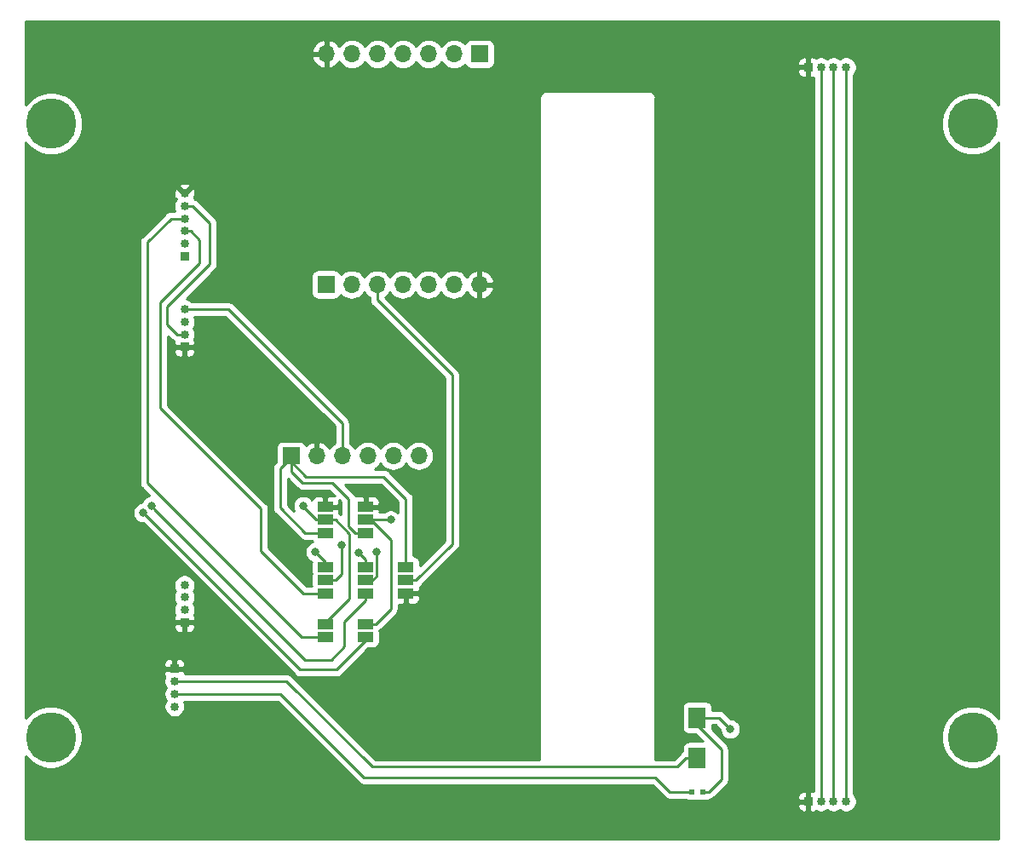
<source format=gbr>
G04 #@! TF.GenerationSoftware,KiCad,Pcbnew,(5.1.2)-2*
G04 #@! TF.CreationDate,2021-04-07T22:22:04-04:00*
G04 #@! TF.ProjectId,Magnetometer_A,4d61676e-6574-46f6-9d65-7465725f412e,rev?*
G04 #@! TF.SameCoordinates,Original*
G04 #@! TF.FileFunction,Copper,L1,Top*
G04 #@! TF.FilePolarity,Positive*
%FSLAX46Y46*%
G04 Gerber Fmt 4.6, Leading zero omitted, Abs format (unit mm)*
G04 Created by KiCad (PCBNEW (5.1.2)-2) date 2021-04-07 22:22:04*
%MOMM*%
%LPD*%
G04 APERTURE LIST*
%ADD10C,5.000000*%
%ADD11R,0.600000X0.500000*%
%ADD12R,0.850000X0.850000*%
%ADD13C,0.850000*%
%ADD14R,1.500000X1.000000*%
%ADD15O,1.700000X1.700000*%
%ADD16R,1.700000X1.700000*%
%ADD17R,1.700000X2.000000*%
%ADD18C,0.800000*%
%ADD19C,0.250000*%
%ADD20C,0.254000*%
G04 APERTURE END LIST*
D10*
X42210000Y-105110000D03*
X42260000Y-44110000D03*
X133860000Y-105110000D03*
X133860000Y-44110000D03*
D11*
X107050000Y-110550000D03*
X105950000Y-110550000D03*
D12*
X117500000Y-111500000D03*
D13*
X118750000Y-111500000D03*
X120000000Y-111500000D03*
X121250000Y-111500000D03*
D12*
X117500000Y-38500000D03*
D13*
X118750000Y-38500000D03*
X120000000Y-38500000D03*
X121250000Y-38500000D03*
X55500000Y-89950000D03*
X55500000Y-91200000D03*
X55500000Y-92450000D03*
D12*
X55500000Y-93700000D03*
D14*
X73500000Y-93850000D03*
X73500000Y-95150000D03*
X73500000Y-84800000D03*
X73500000Y-83500000D03*
X73500000Y-82200000D03*
X69500000Y-88200000D03*
X69500000Y-89500000D03*
X69500000Y-90800000D03*
X73500000Y-90800000D03*
X73500000Y-89500000D03*
X73500000Y-88200000D03*
X69500000Y-93850000D03*
X69500000Y-95150000D03*
D15*
X69600000Y-37190000D03*
X72140000Y-37190000D03*
X74680000Y-37190000D03*
X77220000Y-37190000D03*
X79760000Y-37190000D03*
X82300000Y-37190000D03*
D16*
X84840000Y-37190000D03*
D14*
X69500000Y-84800000D03*
X69500000Y-83500000D03*
X69500000Y-82200000D03*
D15*
X84820000Y-60100000D03*
X82280000Y-60100000D03*
X79740000Y-60100000D03*
X77200000Y-60100000D03*
X74660000Y-60100000D03*
X72120000Y-60100000D03*
D16*
X69580000Y-60100000D03*
D14*
X77500000Y-90800000D03*
X77500000Y-89500000D03*
X77500000Y-88200000D03*
D12*
X55500000Y-57300000D03*
D13*
X55500000Y-56050000D03*
X55500000Y-54800000D03*
X55500000Y-53550000D03*
X55500000Y-52300000D03*
X55500000Y-51050000D03*
D15*
X78790000Y-77130000D03*
X76250000Y-77130000D03*
X73710000Y-77130000D03*
X71170000Y-77130000D03*
X68630000Y-77130000D03*
D16*
X66090000Y-77130000D03*
D13*
X55500000Y-62550000D03*
X55500000Y-63800000D03*
X55500000Y-65050000D03*
D12*
X55500000Y-66300000D03*
D17*
X106450000Y-107150000D03*
X106450000Y-103150000D03*
D12*
X54500000Y-98300000D03*
D13*
X54500000Y-99550000D03*
X54500000Y-100800000D03*
X54500000Y-102050000D03*
D18*
X109750000Y-104300000D03*
X72799996Y-86800000D03*
X68500000Y-86700000D03*
X51400000Y-82800000D03*
X52200000Y-82100000D03*
X76000000Y-83500000D03*
X71100000Y-86000000D03*
X74599998Y-86700000D03*
X67300000Y-82100000D03*
D19*
X106450000Y-103150000D02*
X108600000Y-103150000D01*
X108600000Y-103150000D02*
X109750000Y-104300000D01*
X106450000Y-103900000D02*
X106450000Y-103150000D01*
X108850000Y-106300000D02*
X106450000Y-103900000D01*
X108850000Y-109300000D02*
X108850000Y-106300000D01*
X107050000Y-110550000D02*
X107600000Y-110550000D01*
X107600000Y-110550000D02*
X108850000Y-109300000D01*
X118750000Y-38500000D02*
X118750000Y-111500000D01*
X104439990Y-108060010D02*
X74160010Y-108060010D01*
X106450000Y-107150000D02*
X105350000Y-107150000D01*
X105350000Y-107150000D02*
X104439990Y-108060010D01*
X65650000Y-99550000D02*
X61350000Y-99550000D01*
X74160010Y-108060010D02*
X65650000Y-99550000D01*
X54500000Y-99550000D02*
X61350000Y-99550000D01*
X61350000Y-99550000D02*
X62100000Y-99550000D01*
X72500000Y-84800000D02*
X73500000Y-84800000D01*
X66090000Y-78230000D02*
X66090000Y-77130000D01*
X66090000Y-77690000D02*
X66090000Y-78230000D01*
X67600000Y-79200000D02*
X66090000Y-77690000D01*
X75300000Y-79200000D02*
X67600000Y-79200000D01*
X77500000Y-88200000D02*
X77500000Y-81400000D01*
X77500000Y-81400000D02*
X75300000Y-79200000D01*
X71800000Y-84100000D02*
X72500000Y-84800000D01*
X71800000Y-81400000D02*
X71800000Y-84100000D01*
X70200000Y-79800000D02*
X71800000Y-81400000D01*
X67200000Y-79800000D02*
X70200000Y-79800000D01*
X66090000Y-78230000D02*
X66090000Y-78690000D01*
X66090000Y-78690000D02*
X67200000Y-79800000D01*
X66090000Y-77130000D02*
X66090000Y-77310000D01*
X66090000Y-77310000D02*
X65000000Y-78400000D01*
X65000000Y-78400000D02*
X65000000Y-82300000D01*
X67500000Y-84800000D02*
X69500000Y-84800000D01*
X65000000Y-82300000D02*
X67500000Y-84800000D01*
X56300000Y-52300000D02*
X55500000Y-52300000D01*
X54750000Y-65050000D02*
X53800000Y-64100000D01*
X53800000Y-64100000D02*
X53800000Y-62300000D01*
X53800000Y-62300000D02*
X58000000Y-58100000D01*
X55500000Y-65050000D02*
X54750000Y-65050000D01*
X58000000Y-58100000D02*
X58000000Y-54000000D01*
X58000000Y-54000000D02*
X56300000Y-52300000D01*
X103750000Y-110550000D02*
X105950000Y-110550000D01*
X102300000Y-109100000D02*
X103750000Y-110550000D01*
X73350000Y-109100000D02*
X102300000Y-109100000D01*
X54500000Y-100800000D02*
X65050000Y-100800000D01*
X65050000Y-100800000D02*
X73350000Y-109100000D01*
X56101040Y-54800000D02*
X57000000Y-55698960D01*
X55500000Y-54800000D02*
X56101040Y-54800000D01*
X57000000Y-55698960D02*
X57000000Y-58000000D01*
X57000000Y-58000000D02*
X53100000Y-61900000D01*
X53100000Y-61900000D02*
X53100000Y-72400000D01*
X53100000Y-72400000D02*
X63100000Y-82400000D01*
X63100000Y-82400000D02*
X63100000Y-86600000D01*
X67300000Y-90800000D02*
X69500000Y-90800000D01*
X63100000Y-86600000D02*
X67300000Y-90800000D01*
X73500000Y-88200000D02*
X73500000Y-87450000D01*
X73500000Y-87450000D02*
X72850000Y-86800000D01*
X72850000Y-86800000D02*
X72799996Y-86800000D01*
X121250000Y-111500000D02*
X121250000Y-38500000D01*
X120000000Y-111360002D02*
X120000000Y-111500000D01*
X120000000Y-38500000D02*
X120000000Y-111360002D01*
X69500000Y-88200000D02*
X69500000Y-87700000D01*
X69500000Y-87700000D02*
X68500000Y-86700000D01*
X71170000Y-73870000D02*
X71170000Y-77130000D01*
X55500000Y-62550000D02*
X59850000Y-62550000D01*
X59850000Y-62550000D02*
X71170000Y-73870000D01*
X51799999Y-83199999D02*
X51400000Y-82800000D01*
X67000000Y-98400000D02*
X51799999Y-83199999D01*
X70600000Y-98400000D02*
X67000000Y-98400000D01*
X73500000Y-95150000D02*
X73500000Y-95500000D01*
X73500000Y-95500000D02*
X70600000Y-98400000D01*
X71400000Y-96100000D02*
X70100000Y-97400000D01*
X73500000Y-90800000D02*
X73500000Y-91550000D01*
X73500000Y-91550000D02*
X71400000Y-93650000D01*
X71400000Y-93650000D02*
X71400000Y-96100000D01*
X70100000Y-97400000D02*
X67500000Y-97400000D01*
X67500000Y-97400000D02*
X52599999Y-82499999D01*
X52599999Y-82499999D02*
X52200000Y-82100000D01*
X54150000Y-53550000D02*
X55500000Y-53550000D01*
X51800000Y-55900000D02*
X54150000Y-53550000D01*
X51800000Y-79800000D02*
X51800000Y-55900000D01*
X69500000Y-95150000D02*
X67150000Y-95150000D01*
X67150000Y-95150000D02*
X51800000Y-79800000D01*
X73500000Y-83500000D02*
X76000000Y-83500000D01*
X74000000Y-83500000D02*
X73500000Y-83500000D01*
X76000000Y-85500000D02*
X74000000Y-83500000D01*
X76000000Y-92350000D02*
X76000000Y-85500000D01*
X73500000Y-93850000D02*
X74500000Y-93850000D01*
X74500000Y-93850000D02*
X76000000Y-92350000D01*
X71100000Y-88900000D02*
X71100000Y-86000000D01*
X69500000Y-89500000D02*
X70500000Y-89500000D01*
X70500000Y-89500000D02*
X71100000Y-88900000D01*
X74599998Y-89100002D02*
X74599998Y-87265685D01*
X74200000Y-89500000D02*
X74599998Y-89100002D01*
X74599998Y-87265685D02*
X74599998Y-86700000D01*
X69000000Y-83500000D02*
X69500000Y-83500000D01*
X68600000Y-83500000D02*
X69000000Y-83500000D01*
X67300000Y-82100000D02*
X67300000Y-82200000D01*
X67300000Y-82200000D02*
X68600000Y-83500000D01*
X69500000Y-93700000D02*
X69500000Y-93850000D01*
X71900000Y-91300000D02*
X69500000Y-93700000D01*
X71900000Y-84900000D02*
X71900000Y-91300000D01*
X69500000Y-83500000D02*
X70500000Y-83500000D01*
X70500000Y-83500000D02*
X71900000Y-84900000D01*
X78500000Y-89500000D02*
X82100000Y-85900000D01*
X77500000Y-89500000D02*
X78500000Y-89500000D01*
X82100000Y-85900000D02*
X82100000Y-69100000D01*
X74660000Y-61660000D02*
X74660000Y-60100000D01*
X82100000Y-69100000D02*
X74660000Y-61660000D01*
D20*
G36*
X136400000Y-42268527D02*
G01*
X136295114Y-42111554D01*
X135858446Y-41674886D01*
X135344979Y-41331799D01*
X134774446Y-41095476D01*
X134168771Y-40975000D01*
X133551229Y-40975000D01*
X132945554Y-41095476D01*
X132375021Y-41331799D01*
X131861554Y-41674886D01*
X131424886Y-42111554D01*
X131081799Y-42625021D01*
X130845476Y-43195554D01*
X130725000Y-43801229D01*
X130725000Y-44418771D01*
X130845476Y-45024446D01*
X131081799Y-45594979D01*
X131424886Y-46108446D01*
X131861554Y-46545114D01*
X132375021Y-46888201D01*
X132945554Y-47124524D01*
X133551229Y-47245000D01*
X134168771Y-47245000D01*
X134774446Y-47124524D01*
X135344979Y-46888201D01*
X135858446Y-46545114D01*
X136295114Y-46108446D01*
X136400000Y-45951472D01*
X136400001Y-103268529D01*
X136295114Y-103111554D01*
X135858446Y-102674886D01*
X135344979Y-102331799D01*
X134774446Y-102095476D01*
X134168771Y-101975000D01*
X133551229Y-101975000D01*
X132945554Y-102095476D01*
X132375021Y-102331799D01*
X131861554Y-102674886D01*
X131424886Y-103111554D01*
X131081799Y-103625021D01*
X130845476Y-104195554D01*
X130725000Y-104801229D01*
X130725000Y-105418771D01*
X130845476Y-106024446D01*
X131081799Y-106594979D01*
X131424886Y-107108446D01*
X131861554Y-107545114D01*
X132375021Y-107888201D01*
X132945554Y-108124524D01*
X133551229Y-108245000D01*
X134168771Y-108245000D01*
X134774446Y-108124524D01*
X135344979Y-107888201D01*
X135858446Y-107545114D01*
X136295114Y-107108446D01*
X136400001Y-106951471D01*
X136400001Y-115250000D01*
X39720000Y-115250000D01*
X39720000Y-111925000D01*
X116436928Y-111925000D01*
X116449188Y-112049482D01*
X116485498Y-112169180D01*
X116544463Y-112279494D01*
X116623815Y-112376185D01*
X116720506Y-112455537D01*
X116830820Y-112514502D01*
X116950518Y-112550812D01*
X117075000Y-112563072D01*
X117214250Y-112560000D01*
X117373000Y-112401250D01*
X117373000Y-111627000D01*
X116598750Y-111627000D01*
X116440000Y-111785750D01*
X116436928Y-111925000D01*
X39720000Y-111925000D01*
X39720000Y-107026303D01*
X39774886Y-107108446D01*
X40211554Y-107545114D01*
X40725021Y-107888201D01*
X41295554Y-108124524D01*
X41901229Y-108245000D01*
X42518771Y-108245000D01*
X43124446Y-108124524D01*
X43694979Y-107888201D01*
X44208446Y-107545114D01*
X44645114Y-107108446D01*
X44988201Y-106594979D01*
X45224524Y-106024446D01*
X45345000Y-105418771D01*
X45345000Y-104801229D01*
X45224524Y-104195554D01*
X44988201Y-103625021D01*
X44645114Y-103111554D01*
X44208446Y-102674886D01*
X43694979Y-102331799D01*
X43124446Y-102095476D01*
X42518771Y-101975000D01*
X41901229Y-101975000D01*
X41295554Y-102095476D01*
X40725021Y-102331799D01*
X40211554Y-102674886D01*
X39774886Y-103111554D01*
X39720000Y-103193697D01*
X39720000Y-98725000D01*
X53436928Y-98725000D01*
X53449188Y-98849482D01*
X53485498Y-98969180D01*
X53544463Y-99079494D01*
X53546517Y-99081997D01*
X53480735Y-99240809D01*
X53440000Y-99445599D01*
X53440000Y-99654401D01*
X53480735Y-99859191D01*
X53560640Y-100052098D01*
X53642760Y-100175000D01*
X53560640Y-100297902D01*
X53480735Y-100490809D01*
X53440000Y-100695599D01*
X53440000Y-100904401D01*
X53480735Y-101109191D01*
X53560640Y-101302098D01*
X53642760Y-101425000D01*
X53560640Y-101547902D01*
X53480735Y-101740809D01*
X53440000Y-101945599D01*
X53440000Y-102154401D01*
X53480735Y-102359191D01*
X53560640Y-102552098D01*
X53676644Y-102725711D01*
X53824289Y-102873356D01*
X53997902Y-102989360D01*
X54190809Y-103069265D01*
X54395599Y-103110000D01*
X54604401Y-103110000D01*
X54809191Y-103069265D01*
X55002098Y-102989360D01*
X55175711Y-102873356D01*
X55323356Y-102725711D01*
X55439360Y-102552098D01*
X55519265Y-102359191D01*
X55560000Y-102154401D01*
X55560000Y-101945599D01*
X55519265Y-101740809D01*
X55444371Y-101560000D01*
X64735199Y-101560000D01*
X72786200Y-109611002D01*
X72809999Y-109640001D01*
X72838997Y-109663799D01*
X72925724Y-109734974D01*
X73057753Y-109805546D01*
X73201014Y-109849003D01*
X73350000Y-109863677D01*
X73387333Y-109860000D01*
X101985199Y-109860000D01*
X103186201Y-111061003D01*
X103209999Y-111090001D01*
X103325724Y-111184974D01*
X103457753Y-111255546D01*
X103601014Y-111299003D01*
X103712667Y-111310000D01*
X103712675Y-111310000D01*
X103750000Y-111313676D01*
X103787325Y-111310000D01*
X105270482Y-111310000D01*
X105295506Y-111330537D01*
X105405820Y-111389502D01*
X105525518Y-111425812D01*
X105650000Y-111438072D01*
X106250000Y-111438072D01*
X106374482Y-111425812D01*
X106494180Y-111389502D01*
X106500000Y-111386391D01*
X106505820Y-111389502D01*
X106625518Y-111425812D01*
X106750000Y-111438072D01*
X107350000Y-111438072D01*
X107474482Y-111425812D01*
X107594180Y-111389502D01*
X107704494Y-111330537D01*
X107742091Y-111299682D01*
X107748986Y-111299003D01*
X107892247Y-111255546D01*
X108024276Y-111184974D01*
X108140001Y-111090001D01*
X108152312Y-111075000D01*
X116436928Y-111075000D01*
X116440000Y-111214250D01*
X116598750Y-111373000D01*
X117373000Y-111373000D01*
X117373000Y-110598750D01*
X117214250Y-110440000D01*
X117075000Y-110436928D01*
X116950518Y-110449188D01*
X116830820Y-110485498D01*
X116720506Y-110544463D01*
X116623815Y-110623815D01*
X116544463Y-110720506D01*
X116485498Y-110830820D01*
X116449188Y-110950518D01*
X116436928Y-111075000D01*
X108152312Y-111075000D01*
X108163804Y-111060997D01*
X109361004Y-109863798D01*
X109390001Y-109840001D01*
X109447890Y-109769463D01*
X109484974Y-109724277D01*
X109555546Y-109592247D01*
X109576164Y-109524276D01*
X109599003Y-109448986D01*
X109610000Y-109337333D01*
X109610000Y-109337323D01*
X109613676Y-109300000D01*
X109610000Y-109262677D01*
X109610000Y-106337333D01*
X109613677Y-106300000D01*
X109599003Y-106151014D01*
X109555546Y-106007753D01*
X109484974Y-105875724D01*
X109413799Y-105788997D01*
X109390001Y-105759999D01*
X109361003Y-105736201D01*
X107919638Y-104294836D01*
X107925812Y-104274482D01*
X107938072Y-104150000D01*
X107938072Y-103910000D01*
X108285199Y-103910000D01*
X108715000Y-104339802D01*
X108715000Y-104401939D01*
X108754774Y-104601898D01*
X108832795Y-104790256D01*
X108946063Y-104959774D01*
X109090226Y-105103937D01*
X109259744Y-105217205D01*
X109448102Y-105295226D01*
X109648061Y-105335000D01*
X109851939Y-105335000D01*
X110051898Y-105295226D01*
X110240256Y-105217205D01*
X110409774Y-105103937D01*
X110553937Y-104959774D01*
X110667205Y-104790256D01*
X110745226Y-104601898D01*
X110785000Y-104401939D01*
X110785000Y-104198061D01*
X110745226Y-103998102D01*
X110667205Y-103809744D01*
X110553937Y-103640226D01*
X110409774Y-103496063D01*
X110240256Y-103382795D01*
X110051898Y-103304774D01*
X109851939Y-103265000D01*
X109789802Y-103265000D01*
X109163804Y-102639003D01*
X109140001Y-102609999D01*
X109024276Y-102515026D01*
X108892247Y-102444454D01*
X108748986Y-102400997D01*
X108637333Y-102390000D01*
X108637322Y-102390000D01*
X108600000Y-102386324D01*
X108562678Y-102390000D01*
X107938072Y-102390000D01*
X107938072Y-102150000D01*
X107925812Y-102025518D01*
X107889502Y-101905820D01*
X107830537Y-101795506D01*
X107751185Y-101698815D01*
X107654494Y-101619463D01*
X107544180Y-101560498D01*
X107424482Y-101524188D01*
X107300000Y-101511928D01*
X105600000Y-101511928D01*
X105475518Y-101524188D01*
X105355820Y-101560498D01*
X105245506Y-101619463D01*
X105148815Y-101698815D01*
X105069463Y-101795506D01*
X105010498Y-101905820D01*
X104974188Y-102025518D01*
X104961928Y-102150000D01*
X104961928Y-104150000D01*
X104974188Y-104274482D01*
X105010498Y-104394180D01*
X105069463Y-104504494D01*
X105148815Y-104601185D01*
X105245506Y-104680537D01*
X105355820Y-104739502D01*
X105475518Y-104775812D01*
X105600000Y-104788072D01*
X106263271Y-104788072D01*
X106987127Y-105511928D01*
X105600000Y-105511928D01*
X105475518Y-105524188D01*
X105355820Y-105560498D01*
X105245506Y-105619463D01*
X105148815Y-105698815D01*
X105069463Y-105795506D01*
X105010498Y-105905820D01*
X104974188Y-106025518D01*
X104961928Y-106150000D01*
X104961928Y-106495674D01*
X104925724Y-106515026D01*
X104925722Y-106515027D01*
X104925723Y-106515027D01*
X104838996Y-106586201D01*
X104838992Y-106586205D01*
X104809999Y-106609999D01*
X104786205Y-106638992D01*
X104125188Y-107300010D01*
X102320000Y-107300010D01*
X102320000Y-41542419D01*
X102323193Y-41510000D01*
X102310450Y-41380617D01*
X102272710Y-41256207D01*
X102211425Y-41141550D01*
X102128948Y-41041052D01*
X102028450Y-40958575D01*
X101913793Y-40897290D01*
X101789383Y-40859550D01*
X101692419Y-40850000D01*
X101660000Y-40846807D01*
X101627581Y-40850000D01*
X91492419Y-40850000D01*
X91460000Y-40846807D01*
X91427581Y-40850000D01*
X91330617Y-40859550D01*
X91206207Y-40897290D01*
X91091550Y-40958575D01*
X90991052Y-41041052D01*
X90908575Y-41141550D01*
X90847290Y-41256207D01*
X90809550Y-41380617D01*
X90796807Y-41510000D01*
X90800001Y-41542430D01*
X90800000Y-107300010D01*
X74474812Y-107300010D01*
X66213804Y-99039003D01*
X66190001Y-99009999D01*
X66074276Y-98915026D01*
X65942247Y-98844454D01*
X65798986Y-98800997D01*
X65687333Y-98790000D01*
X65687322Y-98790000D01*
X65650000Y-98786324D01*
X65612678Y-98790000D01*
X55556670Y-98790000D01*
X55563072Y-98725000D01*
X55560000Y-98585750D01*
X55401250Y-98427000D01*
X54627000Y-98427000D01*
X54627000Y-98447000D01*
X54373000Y-98447000D01*
X54373000Y-98427000D01*
X53598750Y-98427000D01*
X53440000Y-98585750D01*
X53436928Y-98725000D01*
X39720000Y-98725000D01*
X39720000Y-97875000D01*
X53436928Y-97875000D01*
X53440000Y-98014250D01*
X53598750Y-98173000D01*
X54373000Y-98173000D01*
X54373000Y-97398750D01*
X54627000Y-97398750D01*
X54627000Y-98173000D01*
X55401250Y-98173000D01*
X55560000Y-98014250D01*
X55563072Y-97875000D01*
X55550812Y-97750518D01*
X55514502Y-97630820D01*
X55455537Y-97520506D01*
X55376185Y-97423815D01*
X55279494Y-97344463D01*
X55169180Y-97285498D01*
X55049482Y-97249188D01*
X54925000Y-97236928D01*
X54785750Y-97240000D01*
X54627000Y-97398750D01*
X54373000Y-97398750D01*
X54214250Y-97240000D01*
X54075000Y-97236928D01*
X53950518Y-97249188D01*
X53830820Y-97285498D01*
X53720506Y-97344463D01*
X53623815Y-97423815D01*
X53544463Y-97520506D01*
X53485498Y-97630820D01*
X53449188Y-97750518D01*
X53436928Y-97875000D01*
X39720000Y-97875000D01*
X39720000Y-94125000D01*
X54436928Y-94125000D01*
X54449188Y-94249482D01*
X54485498Y-94369180D01*
X54544463Y-94479494D01*
X54623815Y-94576185D01*
X54720506Y-94655537D01*
X54830820Y-94714502D01*
X54950518Y-94750812D01*
X55075000Y-94763072D01*
X55214250Y-94760000D01*
X55373000Y-94601250D01*
X55373000Y-93827000D01*
X55627000Y-93827000D01*
X55627000Y-94601250D01*
X55785750Y-94760000D01*
X55925000Y-94763072D01*
X56049482Y-94750812D01*
X56169180Y-94714502D01*
X56279494Y-94655537D01*
X56376185Y-94576185D01*
X56455537Y-94479494D01*
X56514502Y-94369180D01*
X56550812Y-94249482D01*
X56563072Y-94125000D01*
X56560000Y-93985750D01*
X56401250Y-93827000D01*
X55627000Y-93827000D01*
X55373000Y-93827000D01*
X54598750Y-93827000D01*
X54440000Y-93985750D01*
X54436928Y-94125000D01*
X39720000Y-94125000D01*
X39720000Y-93275000D01*
X54436928Y-93275000D01*
X54440000Y-93414250D01*
X54598750Y-93573000D01*
X55373000Y-93573000D01*
X55373000Y-93553000D01*
X55627000Y-93553000D01*
X55627000Y-93573000D01*
X56401250Y-93573000D01*
X56560000Y-93414250D01*
X56563072Y-93275000D01*
X56550812Y-93150518D01*
X56514502Y-93030820D01*
X56455537Y-92920506D01*
X56453483Y-92918003D01*
X56519265Y-92759191D01*
X56560000Y-92554401D01*
X56560000Y-92345599D01*
X56519265Y-92140809D01*
X56439360Y-91947902D01*
X56357240Y-91825000D01*
X56439360Y-91702098D01*
X56519265Y-91509191D01*
X56560000Y-91304401D01*
X56560000Y-91095599D01*
X56519265Y-90890809D01*
X56439360Y-90697902D01*
X56357240Y-90575000D01*
X56439360Y-90452098D01*
X56519265Y-90259191D01*
X56560000Y-90054401D01*
X56560000Y-89845599D01*
X56519265Y-89640809D01*
X56439360Y-89447902D01*
X56323356Y-89274289D01*
X56175711Y-89126644D01*
X56002098Y-89010640D01*
X55809191Y-88930735D01*
X55604401Y-88890000D01*
X55395599Y-88890000D01*
X55190809Y-88930735D01*
X54997902Y-89010640D01*
X54824289Y-89126644D01*
X54676644Y-89274289D01*
X54560640Y-89447902D01*
X54480735Y-89640809D01*
X54440000Y-89845599D01*
X54440000Y-90054401D01*
X54480735Y-90259191D01*
X54560640Y-90452098D01*
X54642760Y-90575000D01*
X54560640Y-90697902D01*
X54480735Y-90890809D01*
X54440000Y-91095599D01*
X54440000Y-91304401D01*
X54480735Y-91509191D01*
X54560640Y-91702098D01*
X54642760Y-91825000D01*
X54560640Y-91947902D01*
X54480735Y-92140809D01*
X54440000Y-92345599D01*
X54440000Y-92554401D01*
X54480735Y-92759191D01*
X54546517Y-92918003D01*
X54544463Y-92920506D01*
X54485498Y-93030820D01*
X54449188Y-93150518D01*
X54436928Y-93275000D01*
X39720000Y-93275000D01*
X39720000Y-82698061D01*
X50365000Y-82698061D01*
X50365000Y-82901939D01*
X50404774Y-83101898D01*
X50482795Y-83290256D01*
X50596063Y-83459774D01*
X50740226Y-83603937D01*
X50909744Y-83717205D01*
X51098102Y-83795226D01*
X51298061Y-83835000D01*
X51360199Y-83835000D01*
X66436201Y-98911003D01*
X66459999Y-98940001D01*
X66488997Y-98963799D01*
X66575724Y-99034974D01*
X66707753Y-99105546D01*
X66851014Y-99149003D01*
X67000000Y-99163677D01*
X67037333Y-99160000D01*
X70562678Y-99160000D01*
X70600000Y-99163676D01*
X70637322Y-99160000D01*
X70637333Y-99160000D01*
X70748986Y-99149003D01*
X70892247Y-99105546D01*
X71024276Y-99034974D01*
X71140001Y-98940001D01*
X71163804Y-98910997D01*
X73786730Y-96288072D01*
X74250000Y-96288072D01*
X74374482Y-96275812D01*
X74494180Y-96239502D01*
X74604494Y-96180537D01*
X74701185Y-96101185D01*
X74780537Y-96004494D01*
X74839502Y-95894180D01*
X74875812Y-95774482D01*
X74888072Y-95650000D01*
X74888072Y-94650000D01*
X74875812Y-94525518D01*
X74871991Y-94512921D01*
X74924276Y-94484974D01*
X75040001Y-94390001D01*
X75063804Y-94360997D01*
X76511004Y-92913798D01*
X76540001Y-92890001D01*
X76634974Y-92774276D01*
X76705546Y-92642247D01*
X76749003Y-92498986D01*
X76760000Y-92387333D01*
X76760000Y-92387324D01*
X76763676Y-92350001D01*
X76760000Y-92312678D01*
X76760000Y-91938006D01*
X77214250Y-91935000D01*
X77373000Y-91776250D01*
X77373000Y-90927000D01*
X77627000Y-90927000D01*
X77627000Y-91776250D01*
X77785750Y-91935000D01*
X78250000Y-91938072D01*
X78374482Y-91925812D01*
X78494180Y-91889502D01*
X78604494Y-91830537D01*
X78701185Y-91751185D01*
X78780537Y-91654494D01*
X78839502Y-91544180D01*
X78875812Y-91424482D01*
X78888072Y-91300000D01*
X78885000Y-91085750D01*
X78726250Y-90927000D01*
X77627000Y-90927000D01*
X77373000Y-90927000D01*
X77353000Y-90927000D01*
X77353000Y-90673000D01*
X77373000Y-90673000D01*
X77373000Y-90653000D01*
X77627000Y-90653000D01*
X77627000Y-90673000D01*
X78726250Y-90673000D01*
X78885000Y-90514250D01*
X78888072Y-90300000D01*
X78875812Y-90175518D01*
X78871991Y-90162921D01*
X78924276Y-90134974D01*
X79040001Y-90040001D01*
X79063804Y-90010997D01*
X82611004Y-86463798D01*
X82640001Y-86440001D01*
X82734974Y-86324276D01*
X82805546Y-86192247D01*
X82849003Y-86048986D01*
X82860000Y-85937333D01*
X82860000Y-85937323D01*
X82863676Y-85900000D01*
X82860000Y-85862677D01*
X82860000Y-69137323D01*
X82863676Y-69100000D01*
X82860000Y-69062677D01*
X82860000Y-69062667D01*
X82849003Y-68951014D01*
X82805546Y-68807753D01*
X82734974Y-68675723D01*
X82663799Y-68588997D01*
X82640001Y-68559999D01*
X82611003Y-68536201D01*
X75441111Y-61366310D01*
X75489014Y-61340706D01*
X75715134Y-61155134D01*
X75900706Y-60929014D01*
X75930000Y-60874209D01*
X75959294Y-60929014D01*
X76144866Y-61155134D01*
X76370986Y-61340706D01*
X76628966Y-61478599D01*
X76908889Y-61563513D01*
X77127050Y-61585000D01*
X77272950Y-61585000D01*
X77491111Y-61563513D01*
X77771034Y-61478599D01*
X78029014Y-61340706D01*
X78255134Y-61155134D01*
X78440706Y-60929014D01*
X78470000Y-60874209D01*
X78499294Y-60929014D01*
X78684866Y-61155134D01*
X78910986Y-61340706D01*
X79168966Y-61478599D01*
X79448889Y-61563513D01*
X79667050Y-61585000D01*
X79812950Y-61585000D01*
X80031111Y-61563513D01*
X80311034Y-61478599D01*
X80569014Y-61340706D01*
X80795134Y-61155134D01*
X80980706Y-60929014D01*
X81010000Y-60874209D01*
X81039294Y-60929014D01*
X81224866Y-61155134D01*
X81450986Y-61340706D01*
X81708966Y-61478599D01*
X81988889Y-61563513D01*
X82207050Y-61585000D01*
X82352950Y-61585000D01*
X82571111Y-61563513D01*
X82851034Y-61478599D01*
X83109014Y-61340706D01*
X83335134Y-61155134D01*
X83520706Y-60929014D01*
X83555201Y-60864477D01*
X83624822Y-60981355D01*
X83819731Y-61197588D01*
X84053080Y-61371641D01*
X84315901Y-61496825D01*
X84463110Y-61541476D01*
X84693000Y-61420155D01*
X84693000Y-60227000D01*
X84947000Y-60227000D01*
X84947000Y-61420155D01*
X85176890Y-61541476D01*
X85324099Y-61496825D01*
X85586920Y-61371641D01*
X85820269Y-61197588D01*
X86015178Y-60981355D01*
X86164157Y-60731252D01*
X86261481Y-60456891D01*
X86140814Y-60227000D01*
X84947000Y-60227000D01*
X84693000Y-60227000D01*
X84673000Y-60227000D01*
X84673000Y-59973000D01*
X84693000Y-59973000D01*
X84693000Y-58779845D01*
X84947000Y-58779845D01*
X84947000Y-59973000D01*
X86140814Y-59973000D01*
X86261481Y-59743109D01*
X86164157Y-59468748D01*
X86015178Y-59218645D01*
X85820269Y-59002412D01*
X85586920Y-58828359D01*
X85324099Y-58703175D01*
X85176890Y-58658524D01*
X84947000Y-58779845D01*
X84693000Y-58779845D01*
X84463110Y-58658524D01*
X84315901Y-58703175D01*
X84053080Y-58828359D01*
X83819731Y-59002412D01*
X83624822Y-59218645D01*
X83555201Y-59335523D01*
X83520706Y-59270986D01*
X83335134Y-59044866D01*
X83109014Y-58859294D01*
X82851034Y-58721401D01*
X82571111Y-58636487D01*
X82352950Y-58615000D01*
X82207050Y-58615000D01*
X81988889Y-58636487D01*
X81708966Y-58721401D01*
X81450986Y-58859294D01*
X81224866Y-59044866D01*
X81039294Y-59270986D01*
X81010000Y-59325791D01*
X80980706Y-59270986D01*
X80795134Y-59044866D01*
X80569014Y-58859294D01*
X80311034Y-58721401D01*
X80031111Y-58636487D01*
X79812950Y-58615000D01*
X79667050Y-58615000D01*
X79448889Y-58636487D01*
X79168966Y-58721401D01*
X78910986Y-58859294D01*
X78684866Y-59044866D01*
X78499294Y-59270986D01*
X78470000Y-59325791D01*
X78440706Y-59270986D01*
X78255134Y-59044866D01*
X78029014Y-58859294D01*
X77771034Y-58721401D01*
X77491111Y-58636487D01*
X77272950Y-58615000D01*
X77127050Y-58615000D01*
X76908889Y-58636487D01*
X76628966Y-58721401D01*
X76370986Y-58859294D01*
X76144866Y-59044866D01*
X75959294Y-59270986D01*
X75930000Y-59325791D01*
X75900706Y-59270986D01*
X75715134Y-59044866D01*
X75489014Y-58859294D01*
X75231034Y-58721401D01*
X74951111Y-58636487D01*
X74732950Y-58615000D01*
X74587050Y-58615000D01*
X74368889Y-58636487D01*
X74088966Y-58721401D01*
X73830986Y-58859294D01*
X73604866Y-59044866D01*
X73419294Y-59270986D01*
X73390000Y-59325791D01*
X73360706Y-59270986D01*
X73175134Y-59044866D01*
X72949014Y-58859294D01*
X72691034Y-58721401D01*
X72411111Y-58636487D01*
X72192950Y-58615000D01*
X72047050Y-58615000D01*
X71828889Y-58636487D01*
X71548966Y-58721401D01*
X71290986Y-58859294D01*
X71064866Y-59044866D01*
X71040393Y-59074687D01*
X71019502Y-59005820D01*
X70960537Y-58895506D01*
X70881185Y-58798815D01*
X70784494Y-58719463D01*
X70674180Y-58660498D01*
X70554482Y-58624188D01*
X70430000Y-58611928D01*
X68730000Y-58611928D01*
X68605518Y-58624188D01*
X68485820Y-58660498D01*
X68375506Y-58719463D01*
X68278815Y-58798815D01*
X68199463Y-58895506D01*
X68140498Y-59005820D01*
X68104188Y-59125518D01*
X68091928Y-59250000D01*
X68091928Y-60950000D01*
X68104188Y-61074482D01*
X68140498Y-61194180D01*
X68199463Y-61304494D01*
X68278815Y-61401185D01*
X68375506Y-61480537D01*
X68485820Y-61539502D01*
X68605518Y-61575812D01*
X68730000Y-61588072D01*
X70430000Y-61588072D01*
X70554482Y-61575812D01*
X70674180Y-61539502D01*
X70784494Y-61480537D01*
X70881185Y-61401185D01*
X70960537Y-61304494D01*
X71019502Y-61194180D01*
X71040393Y-61125313D01*
X71064866Y-61155134D01*
X71290986Y-61340706D01*
X71548966Y-61478599D01*
X71828889Y-61563513D01*
X72047050Y-61585000D01*
X72192950Y-61585000D01*
X72411111Y-61563513D01*
X72691034Y-61478599D01*
X72949014Y-61340706D01*
X73175134Y-61155134D01*
X73360706Y-60929014D01*
X73390000Y-60874209D01*
X73419294Y-60929014D01*
X73604866Y-61155134D01*
X73830986Y-61340706D01*
X73900000Y-61377595D01*
X73900000Y-61622677D01*
X73896324Y-61660000D01*
X73900000Y-61697322D01*
X73900000Y-61697332D01*
X73910997Y-61808985D01*
X73931242Y-61875724D01*
X73954454Y-61952246D01*
X74025026Y-62084276D01*
X74059042Y-62125724D01*
X74119999Y-62200001D01*
X74149003Y-62223804D01*
X81340001Y-69414803D01*
X81340000Y-85585198D01*
X78888072Y-88037127D01*
X78888072Y-87700000D01*
X78875812Y-87575518D01*
X78839502Y-87455820D01*
X78780537Y-87345506D01*
X78701185Y-87248815D01*
X78604494Y-87169463D01*
X78494180Y-87110498D01*
X78374482Y-87074188D01*
X78260000Y-87062913D01*
X78260000Y-81437323D01*
X78263676Y-81400000D01*
X78260000Y-81362677D01*
X78260000Y-81362667D01*
X78249003Y-81251014D01*
X78205546Y-81107753D01*
X78134974Y-80975724D01*
X78040001Y-80859999D01*
X78011003Y-80836201D01*
X75863804Y-78689003D01*
X75840001Y-78659999D01*
X75724276Y-78565026D01*
X75592247Y-78494454D01*
X75448986Y-78450997D01*
X75337333Y-78440000D01*
X75337322Y-78440000D01*
X75300000Y-78436324D01*
X75262678Y-78440000D01*
X74409374Y-78440000D01*
X74539014Y-78370706D01*
X74765134Y-78185134D01*
X74950706Y-77959014D01*
X74980000Y-77904209D01*
X75009294Y-77959014D01*
X75194866Y-78185134D01*
X75420986Y-78370706D01*
X75678966Y-78508599D01*
X75958889Y-78593513D01*
X76177050Y-78615000D01*
X76322950Y-78615000D01*
X76541111Y-78593513D01*
X76821034Y-78508599D01*
X77079014Y-78370706D01*
X77305134Y-78185134D01*
X77490706Y-77959014D01*
X77520000Y-77904209D01*
X77549294Y-77959014D01*
X77734866Y-78185134D01*
X77960986Y-78370706D01*
X78218966Y-78508599D01*
X78498889Y-78593513D01*
X78717050Y-78615000D01*
X78862950Y-78615000D01*
X79081111Y-78593513D01*
X79361034Y-78508599D01*
X79619014Y-78370706D01*
X79845134Y-78185134D01*
X80030706Y-77959014D01*
X80168599Y-77701034D01*
X80253513Y-77421111D01*
X80282185Y-77130000D01*
X80253513Y-76838889D01*
X80168599Y-76558966D01*
X80030706Y-76300986D01*
X79845134Y-76074866D01*
X79619014Y-75889294D01*
X79361034Y-75751401D01*
X79081111Y-75666487D01*
X78862950Y-75645000D01*
X78717050Y-75645000D01*
X78498889Y-75666487D01*
X78218966Y-75751401D01*
X77960986Y-75889294D01*
X77734866Y-76074866D01*
X77549294Y-76300986D01*
X77520000Y-76355791D01*
X77490706Y-76300986D01*
X77305134Y-76074866D01*
X77079014Y-75889294D01*
X76821034Y-75751401D01*
X76541111Y-75666487D01*
X76322950Y-75645000D01*
X76177050Y-75645000D01*
X75958889Y-75666487D01*
X75678966Y-75751401D01*
X75420986Y-75889294D01*
X75194866Y-76074866D01*
X75009294Y-76300986D01*
X74980000Y-76355791D01*
X74950706Y-76300986D01*
X74765134Y-76074866D01*
X74539014Y-75889294D01*
X74281034Y-75751401D01*
X74001111Y-75666487D01*
X73782950Y-75645000D01*
X73637050Y-75645000D01*
X73418889Y-75666487D01*
X73138966Y-75751401D01*
X72880986Y-75889294D01*
X72654866Y-76074866D01*
X72469294Y-76300986D01*
X72440000Y-76355791D01*
X72410706Y-76300986D01*
X72225134Y-76074866D01*
X71999014Y-75889294D01*
X71930000Y-75852405D01*
X71930000Y-73907333D01*
X71933677Y-73870000D01*
X71919003Y-73721014D01*
X71875546Y-73577753D01*
X71804974Y-73445724D01*
X71733799Y-73358997D01*
X71710001Y-73329999D01*
X71681004Y-73306202D01*
X60413804Y-62039003D01*
X60390001Y-62009999D01*
X60274276Y-61915026D01*
X60142247Y-61844454D01*
X59998986Y-61800997D01*
X59887333Y-61790000D01*
X59887322Y-61790000D01*
X59850000Y-61786324D01*
X59812678Y-61790000D01*
X56239067Y-61790000D01*
X56175711Y-61726644D01*
X56002098Y-61610640D01*
X55809191Y-61530735D01*
X55671462Y-61503339D01*
X58511004Y-58663798D01*
X58540001Y-58640001D01*
X58622069Y-58540001D01*
X58634974Y-58524277D01*
X58705546Y-58392247D01*
X58729129Y-58314502D01*
X58749003Y-58248986D01*
X58760000Y-58137333D01*
X58760000Y-58137323D01*
X58763676Y-58100000D01*
X58760000Y-58062677D01*
X58760000Y-54037322D01*
X58763676Y-53999999D01*
X58760000Y-53962676D01*
X58760000Y-53962667D01*
X58749003Y-53851014D01*
X58705546Y-53707753D01*
X58700860Y-53698986D01*
X58634974Y-53575723D01*
X58563799Y-53488997D01*
X58540001Y-53459999D01*
X58511003Y-53436201D01*
X56863804Y-51789003D01*
X56840001Y-51759999D01*
X56724276Y-51665026D01*
X56592247Y-51594454D01*
X56448986Y-51550997D01*
X56438438Y-51549958D01*
X56513560Y-51377412D01*
X56557959Y-51173384D01*
X56561702Y-50964616D01*
X56524644Y-50759130D01*
X56448210Y-50564821D01*
X56430210Y-50531144D01*
X56224386Y-50505219D01*
X55679605Y-51050000D01*
X55693748Y-51064143D01*
X55517890Y-51240000D01*
X55510395Y-51240000D01*
X55500000Y-51229605D01*
X55489605Y-51240000D01*
X55482110Y-51240000D01*
X55306253Y-51064143D01*
X55320395Y-51050000D01*
X54775614Y-50505219D01*
X54569790Y-50531144D01*
X54486440Y-50722588D01*
X54442041Y-50926616D01*
X54438298Y-51135384D01*
X54475356Y-51340870D01*
X54551790Y-51535179D01*
X54569790Y-51568856D01*
X54713922Y-51587011D01*
X54676644Y-51624289D01*
X54560640Y-51797902D01*
X54480735Y-51990809D01*
X54440000Y-52195599D01*
X54440000Y-52404401D01*
X54480735Y-52609191D01*
X54555629Y-52790000D01*
X54187323Y-52790000D01*
X54150000Y-52786324D01*
X54112677Y-52790000D01*
X54112667Y-52790000D01*
X54001014Y-52800997D01*
X53857753Y-52844454D01*
X53725724Y-52915026D01*
X53609999Y-53009999D01*
X53586201Y-53038997D01*
X51288998Y-55336201D01*
X51260000Y-55359999D01*
X51236202Y-55388997D01*
X51236201Y-55388998D01*
X51165026Y-55475724D01*
X51094454Y-55607754D01*
X51050998Y-55751015D01*
X51036324Y-55900000D01*
X51040001Y-55937333D01*
X51040000Y-79762678D01*
X51036324Y-79800000D01*
X51040000Y-79837322D01*
X51040000Y-79837332D01*
X51050997Y-79948985D01*
X51094454Y-80092246D01*
X51165026Y-80224276D01*
X51204871Y-80272826D01*
X51259999Y-80340001D01*
X51289003Y-80363804D01*
X52008094Y-81082895D01*
X51898102Y-81104774D01*
X51709744Y-81182795D01*
X51540226Y-81296063D01*
X51396063Y-81440226D01*
X51282795Y-81609744D01*
X51211340Y-81782250D01*
X51098102Y-81804774D01*
X50909744Y-81882795D01*
X50740226Y-81996063D01*
X50596063Y-82140226D01*
X50482795Y-82309744D01*
X50404774Y-82498102D01*
X50365000Y-82698061D01*
X39720000Y-82698061D01*
X39720000Y-50325614D01*
X54955219Y-50325614D01*
X55500000Y-50870395D01*
X56044781Y-50325614D01*
X56018856Y-50119790D01*
X55827412Y-50036440D01*
X55623384Y-49992041D01*
X55414616Y-49988298D01*
X55209130Y-50025356D01*
X55014821Y-50101790D01*
X54981144Y-50119790D01*
X54955219Y-50325614D01*
X39720000Y-50325614D01*
X39720000Y-45951473D01*
X39824886Y-46108446D01*
X40261554Y-46545114D01*
X40775021Y-46888201D01*
X41345554Y-47124524D01*
X41951229Y-47245000D01*
X42568771Y-47245000D01*
X43174446Y-47124524D01*
X43744979Y-46888201D01*
X44258446Y-46545114D01*
X44695114Y-46108446D01*
X45038201Y-45594979D01*
X45274524Y-45024446D01*
X45395000Y-44418771D01*
X45395000Y-43801229D01*
X45274524Y-43195554D01*
X45038201Y-42625021D01*
X44695114Y-42111554D01*
X44258446Y-41674886D01*
X43744979Y-41331799D01*
X43174446Y-41095476D01*
X42568771Y-40975000D01*
X41951229Y-40975000D01*
X41345554Y-41095476D01*
X40775021Y-41331799D01*
X40261554Y-41674886D01*
X39824886Y-42111554D01*
X39720000Y-42268527D01*
X39720000Y-38925000D01*
X116436928Y-38925000D01*
X116449188Y-39049482D01*
X116485498Y-39169180D01*
X116544463Y-39279494D01*
X116623815Y-39376185D01*
X116720506Y-39455537D01*
X116830820Y-39514502D01*
X116950518Y-39550812D01*
X117075000Y-39563072D01*
X117214250Y-39560000D01*
X117373000Y-39401250D01*
X117373000Y-38627000D01*
X116598750Y-38627000D01*
X116440000Y-38785750D01*
X116436928Y-38925000D01*
X39720000Y-38925000D01*
X39720000Y-37546891D01*
X68158519Y-37546891D01*
X68255843Y-37821252D01*
X68404822Y-38071355D01*
X68599731Y-38287588D01*
X68833080Y-38461641D01*
X69095901Y-38586825D01*
X69243110Y-38631476D01*
X69473000Y-38510155D01*
X69473000Y-37317000D01*
X68279186Y-37317000D01*
X68158519Y-37546891D01*
X39720000Y-37546891D01*
X39720000Y-36833109D01*
X68158519Y-36833109D01*
X68279186Y-37063000D01*
X69473000Y-37063000D01*
X69473000Y-35869845D01*
X69727000Y-35869845D01*
X69727000Y-37063000D01*
X69747000Y-37063000D01*
X69747000Y-37317000D01*
X69727000Y-37317000D01*
X69727000Y-38510155D01*
X69956890Y-38631476D01*
X70104099Y-38586825D01*
X70366920Y-38461641D01*
X70600269Y-38287588D01*
X70795178Y-38071355D01*
X70864799Y-37954477D01*
X70899294Y-38019014D01*
X71084866Y-38245134D01*
X71310986Y-38430706D01*
X71568966Y-38568599D01*
X71848889Y-38653513D01*
X72067050Y-38675000D01*
X72212950Y-38675000D01*
X72431111Y-38653513D01*
X72711034Y-38568599D01*
X72969014Y-38430706D01*
X73195134Y-38245134D01*
X73380706Y-38019014D01*
X73410000Y-37964209D01*
X73439294Y-38019014D01*
X73624866Y-38245134D01*
X73850986Y-38430706D01*
X74108966Y-38568599D01*
X74388889Y-38653513D01*
X74607050Y-38675000D01*
X74752950Y-38675000D01*
X74971111Y-38653513D01*
X75251034Y-38568599D01*
X75509014Y-38430706D01*
X75735134Y-38245134D01*
X75920706Y-38019014D01*
X75950000Y-37964209D01*
X75979294Y-38019014D01*
X76164866Y-38245134D01*
X76390986Y-38430706D01*
X76648966Y-38568599D01*
X76928889Y-38653513D01*
X77147050Y-38675000D01*
X77292950Y-38675000D01*
X77511111Y-38653513D01*
X77791034Y-38568599D01*
X78049014Y-38430706D01*
X78275134Y-38245134D01*
X78460706Y-38019014D01*
X78490000Y-37964209D01*
X78519294Y-38019014D01*
X78704866Y-38245134D01*
X78930986Y-38430706D01*
X79188966Y-38568599D01*
X79468889Y-38653513D01*
X79687050Y-38675000D01*
X79832950Y-38675000D01*
X80051111Y-38653513D01*
X80331034Y-38568599D01*
X80589014Y-38430706D01*
X80815134Y-38245134D01*
X81000706Y-38019014D01*
X81030000Y-37964209D01*
X81059294Y-38019014D01*
X81244866Y-38245134D01*
X81470986Y-38430706D01*
X81728966Y-38568599D01*
X82008889Y-38653513D01*
X82227050Y-38675000D01*
X82372950Y-38675000D01*
X82591111Y-38653513D01*
X82871034Y-38568599D01*
X83129014Y-38430706D01*
X83355134Y-38245134D01*
X83379607Y-38215313D01*
X83400498Y-38284180D01*
X83459463Y-38394494D01*
X83538815Y-38491185D01*
X83635506Y-38570537D01*
X83745820Y-38629502D01*
X83865518Y-38665812D01*
X83990000Y-38678072D01*
X85690000Y-38678072D01*
X85814482Y-38665812D01*
X85934180Y-38629502D01*
X86044494Y-38570537D01*
X86141185Y-38491185D01*
X86220537Y-38394494D01*
X86279502Y-38284180D01*
X86315812Y-38164482D01*
X86324624Y-38075000D01*
X116436928Y-38075000D01*
X116440000Y-38214250D01*
X116598750Y-38373000D01*
X117373000Y-38373000D01*
X117373000Y-37598750D01*
X117627000Y-37598750D01*
X117627000Y-38373000D01*
X117647000Y-38373000D01*
X117647000Y-38627000D01*
X117627000Y-38627000D01*
X117627000Y-39401250D01*
X117785750Y-39560000D01*
X117925000Y-39563072D01*
X117990000Y-39556670D01*
X117990001Y-110443330D01*
X117925000Y-110436928D01*
X117785750Y-110440000D01*
X117627000Y-110598750D01*
X117627000Y-111373000D01*
X117647000Y-111373000D01*
X117647000Y-111627000D01*
X117627000Y-111627000D01*
X117627000Y-112401250D01*
X117785750Y-112560000D01*
X117925000Y-112563072D01*
X118049482Y-112550812D01*
X118169180Y-112514502D01*
X118279494Y-112455537D01*
X118281997Y-112453483D01*
X118440809Y-112519265D01*
X118645599Y-112560000D01*
X118854401Y-112560000D01*
X119059191Y-112519265D01*
X119252098Y-112439360D01*
X119375000Y-112357240D01*
X119497902Y-112439360D01*
X119690809Y-112519265D01*
X119895599Y-112560000D01*
X120104401Y-112560000D01*
X120309191Y-112519265D01*
X120502098Y-112439360D01*
X120625000Y-112357240D01*
X120747902Y-112439360D01*
X120940809Y-112519265D01*
X121145599Y-112560000D01*
X121354401Y-112560000D01*
X121559191Y-112519265D01*
X121752098Y-112439360D01*
X121925711Y-112323356D01*
X122073356Y-112175711D01*
X122189360Y-112002098D01*
X122269265Y-111809191D01*
X122310000Y-111604401D01*
X122310000Y-111395599D01*
X122269265Y-111190809D01*
X122189360Y-110997902D01*
X122073356Y-110824289D01*
X122010000Y-110760933D01*
X122010000Y-39239067D01*
X122073356Y-39175711D01*
X122189360Y-39002098D01*
X122269265Y-38809191D01*
X122310000Y-38604401D01*
X122310000Y-38395599D01*
X122269265Y-38190809D01*
X122189360Y-37997902D01*
X122073356Y-37824289D01*
X121925711Y-37676644D01*
X121752098Y-37560640D01*
X121559191Y-37480735D01*
X121354401Y-37440000D01*
X121145599Y-37440000D01*
X120940809Y-37480735D01*
X120747902Y-37560640D01*
X120625000Y-37642760D01*
X120502098Y-37560640D01*
X120309191Y-37480735D01*
X120104401Y-37440000D01*
X119895599Y-37440000D01*
X119690809Y-37480735D01*
X119497902Y-37560640D01*
X119375000Y-37642760D01*
X119252098Y-37560640D01*
X119059191Y-37480735D01*
X118854401Y-37440000D01*
X118645599Y-37440000D01*
X118440809Y-37480735D01*
X118281997Y-37546517D01*
X118279494Y-37544463D01*
X118169180Y-37485498D01*
X118049482Y-37449188D01*
X117925000Y-37436928D01*
X117785750Y-37440000D01*
X117627000Y-37598750D01*
X117373000Y-37598750D01*
X117214250Y-37440000D01*
X117075000Y-37436928D01*
X116950518Y-37449188D01*
X116830820Y-37485498D01*
X116720506Y-37544463D01*
X116623815Y-37623815D01*
X116544463Y-37720506D01*
X116485498Y-37830820D01*
X116449188Y-37950518D01*
X116436928Y-38075000D01*
X86324624Y-38075000D01*
X86328072Y-38040000D01*
X86328072Y-36340000D01*
X86315812Y-36215518D01*
X86279502Y-36095820D01*
X86220537Y-35985506D01*
X86141185Y-35888815D01*
X86044494Y-35809463D01*
X85934180Y-35750498D01*
X85814482Y-35714188D01*
X85690000Y-35701928D01*
X83990000Y-35701928D01*
X83865518Y-35714188D01*
X83745820Y-35750498D01*
X83635506Y-35809463D01*
X83538815Y-35888815D01*
X83459463Y-35985506D01*
X83400498Y-36095820D01*
X83379607Y-36164687D01*
X83355134Y-36134866D01*
X83129014Y-35949294D01*
X82871034Y-35811401D01*
X82591111Y-35726487D01*
X82372950Y-35705000D01*
X82227050Y-35705000D01*
X82008889Y-35726487D01*
X81728966Y-35811401D01*
X81470986Y-35949294D01*
X81244866Y-36134866D01*
X81059294Y-36360986D01*
X81030000Y-36415791D01*
X81000706Y-36360986D01*
X80815134Y-36134866D01*
X80589014Y-35949294D01*
X80331034Y-35811401D01*
X80051111Y-35726487D01*
X79832950Y-35705000D01*
X79687050Y-35705000D01*
X79468889Y-35726487D01*
X79188966Y-35811401D01*
X78930986Y-35949294D01*
X78704866Y-36134866D01*
X78519294Y-36360986D01*
X78490000Y-36415791D01*
X78460706Y-36360986D01*
X78275134Y-36134866D01*
X78049014Y-35949294D01*
X77791034Y-35811401D01*
X77511111Y-35726487D01*
X77292950Y-35705000D01*
X77147050Y-35705000D01*
X76928889Y-35726487D01*
X76648966Y-35811401D01*
X76390986Y-35949294D01*
X76164866Y-36134866D01*
X75979294Y-36360986D01*
X75950000Y-36415791D01*
X75920706Y-36360986D01*
X75735134Y-36134866D01*
X75509014Y-35949294D01*
X75251034Y-35811401D01*
X74971111Y-35726487D01*
X74752950Y-35705000D01*
X74607050Y-35705000D01*
X74388889Y-35726487D01*
X74108966Y-35811401D01*
X73850986Y-35949294D01*
X73624866Y-36134866D01*
X73439294Y-36360986D01*
X73410000Y-36415791D01*
X73380706Y-36360986D01*
X73195134Y-36134866D01*
X72969014Y-35949294D01*
X72711034Y-35811401D01*
X72431111Y-35726487D01*
X72212950Y-35705000D01*
X72067050Y-35705000D01*
X71848889Y-35726487D01*
X71568966Y-35811401D01*
X71310986Y-35949294D01*
X71084866Y-36134866D01*
X70899294Y-36360986D01*
X70864799Y-36425523D01*
X70795178Y-36308645D01*
X70600269Y-36092412D01*
X70366920Y-35918359D01*
X70104099Y-35793175D01*
X69956890Y-35748524D01*
X69727000Y-35869845D01*
X69473000Y-35869845D01*
X69243110Y-35748524D01*
X69095901Y-35793175D01*
X68833080Y-35918359D01*
X68599731Y-36092412D01*
X68404822Y-36308645D01*
X68255843Y-36558748D01*
X68158519Y-36833109D01*
X39720000Y-36833109D01*
X39720000Y-33970000D01*
X136400000Y-33970000D01*
X136400000Y-42268527D01*
X136400000Y-42268527D01*
G37*
X136400000Y-42268527D02*
X136295114Y-42111554D01*
X135858446Y-41674886D01*
X135344979Y-41331799D01*
X134774446Y-41095476D01*
X134168771Y-40975000D01*
X133551229Y-40975000D01*
X132945554Y-41095476D01*
X132375021Y-41331799D01*
X131861554Y-41674886D01*
X131424886Y-42111554D01*
X131081799Y-42625021D01*
X130845476Y-43195554D01*
X130725000Y-43801229D01*
X130725000Y-44418771D01*
X130845476Y-45024446D01*
X131081799Y-45594979D01*
X131424886Y-46108446D01*
X131861554Y-46545114D01*
X132375021Y-46888201D01*
X132945554Y-47124524D01*
X133551229Y-47245000D01*
X134168771Y-47245000D01*
X134774446Y-47124524D01*
X135344979Y-46888201D01*
X135858446Y-46545114D01*
X136295114Y-46108446D01*
X136400000Y-45951472D01*
X136400001Y-103268529D01*
X136295114Y-103111554D01*
X135858446Y-102674886D01*
X135344979Y-102331799D01*
X134774446Y-102095476D01*
X134168771Y-101975000D01*
X133551229Y-101975000D01*
X132945554Y-102095476D01*
X132375021Y-102331799D01*
X131861554Y-102674886D01*
X131424886Y-103111554D01*
X131081799Y-103625021D01*
X130845476Y-104195554D01*
X130725000Y-104801229D01*
X130725000Y-105418771D01*
X130845476Y-106024446D01*
X131081799Y-106594979D01*
X131424886Y-107108446D01*
X131861554Y-107545114D01*
X132375021Y-107888201D01*
X132945554Y-108124524D01*
X133551229Y-108245000D01*
X134168771Y-108245000D01*
X134774446Y-108124524D01*
X135344979Y-107888201D01*
X135858446Y-107545114D01*
X136295114Y-107108446D01*
X136400001Y-106951471D01*
X136400001Y-115250000D01*
X39720000Y-115250000D01*
X39720000Y-111925000D01*
X116436928Y-111925000D01*
X116449188Y-112049482D01*
X116485498Y-112169180D01*
X116544463Y-112279494D01*
X116623815Y-112376185D01*
X116720506Y-112455537D01*
X116830820Y-112514502D01*
X116950518Y-112550812D01*
X117075000Y-112563072D01*
X117214250Y-112560000D01*
X117373000Y-112401250D01*
X117373000Y-111627000D01*
X116598750Y-111627000D01*
X116440000Y-111785750D01*
X116436928Y-111925000D01*
X39720000Y-111925000D01*
X39720000Y-107026303D01*
X39774886Y-107108446D01*
X40211554Y-107545114D01*
X40725021Y-107888201D01*
X41295554Y-108124524D01*
X41901229Y-108245000D01*
X42518771Y-108245000D01*
X43124446Y-108124524D01*
X43694979Y-107888201D01*
X44208446Y-107545114D01*
X44645114Y-107108446D01*
X44988201Y-106594979D01*
X45224524Y-106024446D01*
X45345000Y-105418771D01*
X45345000Y-104801229D01*
X45224524Y-104195554D01*
X44988201Y-103625021D01*
X44645114Y-103111554D01*
X44208446Y-102674886D01*
X43694979Y-102331799D01*
X43124446Y-102095476D01*
X42518771Y-101975000D01*
X41901229Y-101975000D01*
X41295554Y-102095476D01*
X40725021Y-102331799D01*
X40211554Y-102674886D01*
X39774886Y-103111554D01*
X39720000Y-103193697D01*
X39720000Y-98725000D01*
X53436928Y-98725000D01*
X53449188Y-98849482D01*
X53485498Y-98969180D01*
X53544463Y-99079494D01*
X53546517Y-99081997D01*
X53480735Y-99240809D01*
X53440000Y-99445599D01*
X53440000Y-99654401D01*
X53480735Y-99859191D01*
X53560640Y-100052098D01*
X53642760Y-100175000D01*
X53560640Y-100297902D01*
X53480735Y-100490809D01*
X53440000Y-100695599D01*
X53440000Y-100904401D01*
X53480735Y-101109191D01*
X53560640Y-101302098D01*
X53642760Y-101425000D01*
X53560640Y-101547902D01*
X53480735Y-101740809D01*
X53440000Y-101945599D01*
X53440000Y-102154401D01*
X53480735Y-102359191D01*
X53560640Y-102552098D01*
X53676644Y-102725711D01*
X53824289Y-102873356D01*
X53997902Y-102989360D01*
X54190809Y-103069265D01*
X54395599Y-103110000D01*
X54604401Y-103110000D01*
X54809191Y-103069265D01*
X55002098Y-102989360D01*
X55175711Y-102873356D01*
X55323356Y-102725711D01*
X55439360Y-102552098D01*
X55519265Y-102359191D01*
X55560000Y-102154401D01*
X55560000Y-101945599D01*
X55519265Y-101740809D01*
X55444371Y-101560000D01*
X64735199Y-101560000D01*
X72786200Y-109611002D01*
X72809999Y-109640001D01*
X72838997Y-109663799D01*
X72925724Y-109734974D01*
X73057753Y-109805546D01*
X73201014Y-109849003D01*
X73350000Y-109863677D01*
X73387333Y-109860000D01*
X101985199Y-109860000D01*
X103186201Y-111061003D01*
X103209999Y-111090001D01*
X103325724Y-111184974D01*
X103457753Y-111255546D01*
X103601014Y-111299003D01*
X103712667Y-111310000D01*
X103712675Y-111310000D01*
X103750000Y-111313676D01*
X103787325Y-111310000D01*
X105270482Y-111310000D01*
X105295506Y-111330537D01*
X105405820Y-111389502D01*
X105525518Y-111425812D01*
X105650000Y-111438072D01*
X106250000Y-111438072D01*
X106374482Y-111425812D01*
X106494180Y-111389502D01*
X106500000Y-111386391D01*
X106505820Y-111389502D01*
X106625518Y-111425812D01*
X106750000Y-111438072D01*
X107350000Y-111438072D01*
X107474482Y-111425812D01*
X107594180Y-111389502D01*
X107704494Y-111330537D01*
X107742091Y-111299682D01*
X107748986Y-111299003D01*
X107892247Y-111255546D01*
X108024276Y-111184974D01*
X108140001Y-111090001D01*
X108152312Y-111075000D01*
X116436928Y-111075000D01*
X116440000Y-111214250D01*
X116598750Y-111373000D01*
X117373000Y-111373000D01*
X117373000Y-110598750D01*
X117214250Y-110440000D01*
X117075000Y-110436928D01*
X116950518Y-110449188D01*
X116830820Y-110485498D01*
X116720506Y-110544463D01*
X116623815Y-110623815D01*
X116544463Y-110720506D01*
X116485498Y-110830820D01*
X116449188Y-110950518D01*
X116436928Y-111075000D01*
X108152312Y-111075000D01*
X108163804Y-111060997D01*
X109361004Y-109863798D01*
X109390001Y-109840001D01*
X109447890Y-109769463D01*
X109484974Y-109724277D01*
X109555546Y-109592247D01*
X109576164Y-109524276D01*
X109599003Y-109448986D01*
X109610000Y-109337333D01*
X109610000Y-109337323D01*
X109613676Y-109300000D01*
X109610000Y-109262677D01*
X109610000Y-106337333D01*
X109613677Y-106300000D01*
X109599003Y-106151014D01*
X109555546Y-106007753D01*
X109484974Y-105875724D01*
X109413799Y-105788997D01*
X109390001Y-105759999D01*
X109361003Y-105736201D01*
X107919638Y-104294836D01*
X107925812Y-104274482D01*
X107938072Y-104150000D01*
X107938072Y-103910000D01*
X108285199Y-103910000D01*
X108715000Y-104339802D01*
X108715000Y-104401939D01*
X108754774Y-104601898D01*
X108832795Y-104790256D01*
X108946063Y-104959774D01*
X109090226Y-105103937D01*
X109259744Y-105217205D01*
X109448102Y-105295226D01*
X109648061Y-105335000D01*
X109851939Y-105335000D01*
X110051898Y-105295226D01*
X110240256Y-105217205D01*
X110409774Y-105103937D01*
X110553937Y-104959774D01*
X110667205Y-104790256D01*
X110745226Y-104601898D01*
X110785000Y-104401939D01*
X110785000Y-104198061D01*
X110745226Y-103998102D01*
X110667205Y-103809744D01*
X110553937Y-103640226D01*
X110409774Y-103496063D01*
X110240256Y-103382795D01*
X110051898Y-103304774D01*
X109851939Y-103265000D01*
X109789802Y-103265000D01*
X109163804Y-102639003D01*
X109140001Y-102609999D01*
X109024276Y-102515026D01*
X108892247Y-102444454D01*
X108748986Y-102400997D01*
X108637333Y-102390000D01*
X108637322Y-102390000D01*
X108600000Y-102386324D01*
X108562678Y-102390000D01*
X107938072Y-102390000D01*
X107938072Y-102150000D01*
X107925812Y-102025518D01*
X107889502Y-101905820D01*
X107830537Y-101795506D01*
X107751185Y-101698815D01*
X107654494Y-101619463D01*
X107544180Y-101560498D01*
X107424482Y-101524188D01*
X107300000Y-101511928D01*
X105600000Y-101511928D01*
X105475518Y-101524188D01*
X105355820Y-101560498D01*
X105245506Y-101619463D01*
X105148815Y-101698815D01*
X105069463Y-101795506D01*
X105010498Y-101905820D01*
X104974188Y-102025518D01*
X104961928Y-102150000D01*
X104961928Y-104150000D01*
X104974188Y-104274482D01*
X105010498Y-104394180D01*
X105069463Y-104504494D01*
X105148815Y-104601185D01*
X105245506Y-104680537D01*
X105355820Y-104739502D01*
X105475518Y-104775812D01*
X105600000Y-104788072D01*
X106263271Y-104788072D01*
X106987127Y-105511928D01*
X105600000Y-105511928D01*
X105475518Y-105524188D01*
X105355820Y-105560498D01*
X105245506Y-105619463D01*
X105148815Y-105698815D01*
X105069463Y-105795506D01*
X105010498Y-105905820D01*
X104974188Y-106025518D01*
X104961928Y-106150000D01*
X104961928Y-106495674D01*
X104925724Y-106515026D01*
X104925722Y-106515027D01*
X104925723Y-106515027D01*
X104838996Y-106586201D01*
X104838992Y-106586205D01*
X104809999Y-106609999D01*
X104786205Y-106638992D01*
X104125188Y-107300010D01*
X102320000Y-107300010D01*
X102320000Y-41542419D01*
X102323193Y-41510000D01*
X102310450Y-41380617D01*
X102272710Y-41256207D01*
X102211425Y-41141550D01*
X102128948Y-41041052D01*
X102028450Y-40958575D01*
X101913793Y-40897290D01*
X101789383Y-40859550D01*
X101692419Y-40850000D01*
X101660000Y-40846807D01*
X101627581Y-40850000D01*
X91492419Y-40850000D01*
X91460000Y-40846807D01*
X91427581Y-40850000D01*
X91330617Y-40859550D01*
X91206207Y-40897290D01*
X91091550Y-40958575D01*
X90991052Y-41041052D01*
X90908575Y-41141550D01*
X90847290Y-41256207D01*
X90809550Y-41380617D01*
X90796807Y-41510000D01*
X90800001Y-41542430D01*
X90800000Y-107300010D01*
X74474812Y-107300010D01*
X66213804Y-99039003D01*
X66190001Y-99009999D01*
X66074276Y-98915026D01*
X65942247Y-98844454D01*
X65798986Y-98800997D01*
X65687333Y-98790000D01*
X65687322Y-98790000D01*
X65650000Y-98786324D01*
X65612678Y-98790000D01*
X55556670Y-98790000D01*
X55563072Y-98725000D01*
X55560000Y-98585750D01*
X55401250Y-98427000D01*
X54627000Y-98427000D01*
X54627000Y-98447000D01*
X54373000Y-98447000D01*
X54373000Y-98427000D01*
X53598750Y-98427000D01*
X53440000Y-98585750D01*
X53436928Y-98725000D01*
X39720000Y-98725000D01*
X39720000Y-97875000D01*
X53436928Y-97875000D01*
X53440000Y-98014250D01*
X53598750Y-98173000D01*
X54373000Y-98173000D01*
X54373000Y-97398750D01*
X54627000Y-97398750D01*
X54627000Y-98173000D01*
X55401250Y-98173000D01*
X55560000Y-98014250D01*
X55563072Y-97875000D01*
X55550812Y-97750518D01*
X55514502Y-97630820D01*
X55455537Y-97520506D01*
X55376185Y-97423815D01*
X55279494Y-97344463D01*
X55169180Y-97285498D01*
X55049482Y-97249188D01*
X54925000Y-97236928D01*
X54785750Y-97240000D01*
X54627000Y-97398750D01*
X54373000Y-97398750D01*
X54214250Y-97240000D01*
X54075000Y-97236928D01*
X53950518Y-97249188D01*
X53830820Y-97285498D01*
X53720506Y-97344463D01*
X53623815Y-97423815D01*
X53544463Y-97520506D01*
X53485498Y-97630820D01*
X53449188Y-97750518D01*
X53436928Y-97875000D01*
X39720000Y-97875000D01*
X39720000Y-94125000D01*
X54436928Y-94125000D01*
X54449188Y-94249482D01*
X54485498Y-94369180D01*
X54544463Y-94479494D01*
X54623815Y-94576185D01*
X54720506Y-94655537D01*
X54830820Y-94714502D01*
X54950518Y-94750812D01*
X55075000Y-94763072D01*
X55214250Y-94760000D01*
X55373000Y-94601250D01*
X55373000Y-93827000D01*
X55627000Y-93827000D01*
X55627000Y-94601250D01*
X55785750Y-94760000D01*
X55925000Y-94763072D01*
X56049482Y-94750812D01*
X56169180Y-94714502D01*
X56279494Y-94655537D01*
X56376185Y-94576185D01*
X56455537Y-94479494D01*
X56514502Y-94369180D01*
X56550812Y-94249482D01*
X56563072Y-94125000D01*
X56560000Y-93985750D01*
X56401250Y-93827000D01*
X55627000Y-93827000D01*
X55373000Y-93827000D01*
X54598750Y-93827000D01*
X54440000Y-93985750D01*
X54436928Y-94125000D01*
X39720000Y-94125000D01*
X39720000Y-93275000D01*
X54436928Y-93275000D01*
X54440000Y-93414250D01*
X54598750Y-93573000D01*
X55373000Y-93573000D01*
X55373000Y-93553000D01*
X55627000Y-93553000D01*
X55627000Y-93573000D01*
X56401250Y-93573000D01*
X56560000Y-93414250D01*
X56563072Y-93275000D01*
X56550812Y-93150518D01*
X56514502Y-93030820D01*
X56455537Y-92920506D01*
X56453483Y-92918003D01*
X56519265Y-92759191D01*
X56560000Y-92554401D01*
X56560000Y-92345599D01*
X56519265Y-92140809D01*
X56439360Y-91947902D01*
X56357240Y-91825000D01*
X56439360Y-91702098D01*
X56519265Y-91509191D01*
X56560000Y-91304401D01*
X56560000Y-91095599D01*
X56519265Y-90890809D01*
X56439360Y-90697902D01*
X56357240Y-90575000D01*
X56439360Y-90452098D01*
X56519265Y-90259191D01*
X56560000Y-90054401D01*
X56560000Y-89845599D01*
X56519265Y-89640809D01*
X56439360Y-89447902D01*
X56323356Y-89274289D01*
X56175711Y-89126644D01*
X56002098Y-89010640D01*
X55809191Y-88930735D01*
X55604401Y-88890000D01*
X55395599Y-88890000D01*
X55190809Y-88930735D01*
X54997902Y-89010640D01*
X54824289Y-89126644D01*
X54676644Y-89274289D01*
X54560640Y-89447902D01*
X54480735Y-89640809D01*
X54440000Y-89845599D01*
X54440000Y-90054401D01*
X54480735Y-90259191D01*
X54560640Y-90452098D01*
X54642760Y-90575000D01*
X54560640Y-90697902D01*
X54480735Y-90890809D01*
X54440000Y-91095599D01*
X54440000Y-91304401D01*
X54480735Y-91509191D01*
X54560640Y-91702098D01*
X54642760Y-91825000D01*
X54560640Y-91947902D01*
X54480735Y-92140809D01*
X54440000Y-92345599D01*
X54440000Y-92554401D01*
X54480735Y-92759191D01*
X54546517Y-92918003D01*
X54544463Y-92920506D01*
X54485498Y-93030820D01*
X54449188Y-93150518D01*
X54436928Y-93275000D01*
X39720000Y-93275000D01*
X39720000Y-82698061D01*
X50365000Y-82698061D01*
X50365000Y-82901939D01*
X50404774Y-83101898D01*
X50482795Y-83290256D01*
X50596063Y-83459774D01*
X50740226Y-83603937D01*
X50909744Y-83717205D01*
X51098102Y-83795226D01*
X51298061Y-83835000D01*
X51360199Y-83835000D01*
X66436201Y-98911003D01*
X66459999Y-98940001D01*
X66488997Y-98963799D01*
X66575724Y-99034974D01*
X66707753Y-99105546D01*
X66851014Y-99149003D01*
X67000000Y-99163677D01*
X67037333Y-99160000D01*
X70562678Y-99160000D01*
X70600000Y-99163676D01*
X70637322Y-99160000D01*
X70637333Y-99160000D01*
X70748986Y-99149003D01*
X70892247Y-99105546D01*
X71024276Y-99034974D01*
X71140001Y-98940001D01*
X71163804Y-98910997D01*
X73786730Y-96288072D01*
X74250000Y-96288072D01*
X74374482Y-96275812D01*
X74494180Y-96239502D01*
X74604494Y-96180537D01*
X74701185Y-96101185D01*
X74780537Y-96004494D01*
X74839502Y-95894180D01*
X74875812Y-95774482D01*
X74888072Y-95650000D01*
X74888072Y-94650000D01*
X74875812Y-94525518D01*
X74871991Y-94512921D01*
X74924276Y-94484974D01*
X75040001Y-94390001D01*
X75063804Y-94360997D01*
X76511004Y-92913798D01*
X76540001Y-92890001D01*
X76634974Y-92774276D01*
X76705546Y-92642247D01*
X76749003Y-92498986D01*
X76760000Y-92387333D01*
X76760000Y-92387324D01*
X76763676Y-92350001D01*
X76760000Y-92312678D01*
X76760000Y-91938006D01*
X77214250Y-91935000D01*
X77373000Y-91776250D01*
X77373000Y-90927000D01*
X77627000Y-90927000D01*
X77627000Y-91776250D01*
X77785750Y-91935000D01*
X78250000Y-91938072D01*
X78374482Y-91925812D01*
X78494180Y-91889502D01*
X78604494Y-91830537D01*
X78701185Y-91751185D01*
X78780537Y-91654494D01*
X78839502Y-91544180D01*
X78875812Y-91424482D01*
X78888072Y-91300000D01*
X78885000Y-91085750D01*
X78726250Y-90927000D01*
X77627000Y-90927000D01*
X77373000Y-90927000D01*
X77353000Y-90927000D01*
X77353000Y-90673000D01*
X77373000Y-90673000D01*
X77373000Y-90653000D01*
X77627000Y-90653000D01*
X77627000Y-90673000D01*
X78726250Y-90673000D01*
X78885000Y-90514250D01*
X78888072Y-90300000D01*
X78875812Y-90175518D01*
X78871991Y-90162921D01*
X78924276Y-90134974D01*
X79040001Y-90040001D01*
X79063804Y-90010997D01*
X82611004Y-86463798D01*
X82640001Y-86440001D01*
X82734974Y-86324276D01*
X82805546Y-86192247D01*
X82849003Y-86048986D01*
X82860000Y-85937333D01*
X82860000Y-85937323D01*
X82863676Y-85900000D01*
X82860000Y-85862677D01*
X82860000Y-69137323D01*
X82863676Y-69100000D01*
X82860000Y-69062677D01*
X82860000Y-69062667D01*
X82849003Y-68951014D01*
X82805546Y-68807753D01*
X82734974Y-68675723D01*
X82663799Y-68588997D01*
X82640001Y-68559999D01*
X82611003Y-68536201D01*
X75441111Y-61366310D01*
X75489014Y-61340706D01*
X75715134Y-61155134D01*
X75900706Y-60929014D01*
X75930000Y-60874209D01*
X75959294Y-60929014D01*
X76144866Y-61155134D01*
X76370986Y-61340706D01*
X76628966Y-61478599D01*
X76908889Y-61563513D01*
X77127050Y-61585000D01*
X77272950Y-61585000D01*
X77491111Y-61563513D01*
X77771034Y-61478599D01*
X78029014Y-61340706D01*
X78255134Y-61155134D01*
X78440706Y-60929014D01*
X78470000Y-60874209D01*
X78499294Y-60929014D01*
X78684866Y-61155134D01*
X78910986Y-61340706D01*
X79168966Y-61478599D01*
X79448889Y-61563513D01*
X79667050Y-61585000D01*
X79812950Y-61585000D01*
X80031111Y-61563513D01*
X80311034Y-61478599D01*
X80569014Y-61340706D01*
X80795134Y-61155134D01*
X80980706Y-60929014D01*
X81010000Y-60874209D01*
X81039294Y-60929014D01*
X81224866Y-61155134D01*
X81450986Y-61340706D01*
X81708966Y-61478599D01*
X81988889Y-61563513D01*
X82207050Y-61585000D01*
X82352950Y-61585000D01*
X82571111Y-61563513D01*
X82851034Y-61478599D01*
X83109014Y-61340706D01*
X83335134Y-61155134D01*
X83520706Y-60929014D01*
X83555201Y-60864477D01*
X83624822Y-60981355D01*
X83819731Y-61197588D01*
X84053080Y-61371641D01*
X84315901Y-61496825D01*
X84463110Y-61541476D01*
X84693000Y-61420155D01*
X84693000Y-60227000D01*
X84947000Y-60227000D01*
X84947000Y-61420155D01*
X85176890Y-61541476D01*
X85324099Y-61496825D01*
X85586920Y-61371641D01*
X85820269Y-61197588D01*
X86015178Y-60981355D01*
X86164157Y-60731252D01*
X86261481Y-60456891D01*
X86140814Y-60227000D01*
X84947000Y-60227000D01*
X84693000Y-60227000D01*
X84673000Y-60227000D01*
X84673000Y-59973000D01*
X84693000Y-59973000D01*
X84693000Y-58779845D01*
X84947000Y-58779845D01*
X84947000Y-59973000D01*
X86140814Y-59973000D01*
X86261481Y-59743109D01*
X86164157Y-59468748D01*
X86015178Y-59218645D01*
X85820269Y-59002412D01*
X85586920Y-58828359D01*
X85324099Y-58703175D01*
X85176890Y-58658524D01*
X84947000Y-58779845D01*
X84693000Y-58779845D01*
X84463110Y-58658524D01*
X84315901Y-58703175D01*
X84053080Y-58828359D01*
X83819731Y-59002412D01*
X83624822Y-59218645D01*
X83555201Y-59335523D01*
X83520706Y-59270986D01*
X83335134Y-59044866D01*
X83109014Y-58859294D01*
X82851034Y-58721401D01*
X82571111Y-58636487D01*
X82352950Y-58615000D01*
X82207050Y-58615000D01*
X81988889Y-58636487D01*
X81708966Y-58721401D01*
X81450986Y-58859294D01*
X81224866Y-59044866D01*
X81039294Y-59270986D01*
X81010000Y-59325791D01*
X80980706Y-59270986D01*
X80795134Y-59044866D01*
X80569014Y-58859294D01*
X80311034Y-58721401D01*
X80031111Y-58636487D01*
X79812950Y-58615000D01*
X79667050Y-58615000D01*
X79448889Y-58636487D01*
X79168966Y-58721401D01*
X78910986Y-58859294D01*
X78684866Y-59044866D01*
X78499294Y-59270986D01*
X78470000Y-59325791D01*
X78440706Y-59270986D01*
X78255134Y-59044866D01*
X78029014Y-58859294D01*
X77771034Y-58721401D01*
X77491111Y-58636487D01*
X77272950Y-58615000D01*
X77127050Y-58615000D01*
X76908889Y-58636487D01*
X76628966Y-58721401D01*
X76370986Y-58859294D01*
X76144866Y-59044866D01*
X75959294Y-59270986D01*
X75930000Y-59325791D01*
X75900706Y-59270986D01*
X75715134Y-59044866D01*
X75489014Y-58859294D01*
X75231034Y-58721401D01*
X74951111Y-58636487D01*
X74732950Y-58615000D01*
X74587050Y-58615000D01*
X74368889Y-58636487D01*
X74088966Y-58721401D01*
X73830986Y-58859294D01*
X73604866Y-59044866D01*
X73419294Y-59270986D01*
X73390000Y-59325791D01*
X73360706Y-59270986D01*
X73175134Y-59044866D01*
X72949014Y-58859294D01*
X72691034Y-58721401D01*
X72411111Y-58636487D01*
X72192950Y-58615000D01*
X72047050Y-58615000D01*
X71828889Y-58636487D01*
X71548966Y-58721401D01*
X71290986Y-58859294D01*
X71064866Y-59044866D01*
X71040393Y-59074687D01*
X71019502Y-59005820D01*
X70960537Y-58895506D01*
X70881185Y-58798815D01*
X70784494Y-58719463D01*
X70674180Y-58660498D01*
X70554482Y-58624188D01*
X70430000Y-58611928D01*
X68730000Y-58611928D01*
X68605518Y-58624188D01*
X68485820Y-58660498D01*
X68375506Y-58719463D01*
X68278815Y-58798815D01*
X68199463Y-58895506D01*
X68140498Y-59005820D01*
X68104188Y-59125518D01*
X68091928Y-59250000D01*
X68091928Y-60950000D01*
X68104188Y-61074482D01*
X68140498Y-61194180D01*
X68199463Y-61304494D01*
X68278815Y-61401185D01*
X68375506Y-61480537D01*
X68485820Y-61539502D01*
X68605518Y-61575812D01*
X68730000Y-61588072D01*
X70430000Y-61588072D01*
X70554482Y-61575812D01*
X70674180Y-61539502D01*
X70784494Y-61480537D01*
X70881185Y-61401185D01*
X70960537Y-61304494D01*
X71019502Y-61194180D01*
X71040393Y-61125313D01*
X71064866Y-61155134D01*
X71290986Y-61340706D01*
X71548966Y-61478599D01*
X71828889Y-61563513D01*
X72047050Y-61585000D01*
X72192950Y-61585000D01*
X72411111Y-61563513D01*
X72691034Y-61478599D01*
X72949014Y-61340706D01*
X73175134Y-61155134D01*
X73360706Y-60929014D01*
X73390000Y-60874209D01*
X73419294Y-60929014D01*
X73604866Y-61155134D01*
X73830986Y-61340706D01*
X73900000Y-61377595D01*
X73900000Y-61622677D01*
X73896324Y-61660000D01*
X73900000Y-61697322D01*
X73900000Y-61697332D01*
X73910997Y-61808985D01*
X73931242Y-61875724D01*
X73954454Y-61952246D01*
X74025026Y-62084276D01*
X74059042Y-62125724D01*
X74119999Y-62200001D01*
X74149003Y-62223804D01*
X81340001Y-69414803D01*
X81340000Y-85585198D01*
X78888072Y-88037127D01*
X78888072Y-87700000D01*
X78875812Y-87575518D01*
X78839502Y-87455820D01*
X78780537Y-87345506D01*
X78701185Y-87248815D01*
X78604494Y-87169463D01*
X78494180Y-87110498D01*
X78374482Y-87074188D01*
X78260000Y-87062913D01*
X78260000Y-81437323D01*
X78263676Y-81400000D01*
X78260000Y-81362677D01*
X78260000Y-81362667D01*
X78249003Y-81251014D01*
X78205546Y-81107753D01*
X78134974Y-80975724D01*
X78040001Y-80859999D01*
X78011003Y-80836201D01*
X75863804Y-78689003D01*
X75840001Y-78659999D01*
X75724276Y-78565026D01*
X75592247Y-78494454D01*
X75448986Y-78450997D01*
X75337333Y-78440000D01*
X75337322Y-78440000D01*
X75300000Y-78436324D01*
X75262678Y-78440000D01*
X74409374Y-78440000D01*
X74539014Y-78370706D01*
X74765134Y-78185134D01*
X74950706Y-77959014D01*
X74980000Y-77904209D01*
X75009294Y-77959014D01*
X75194866Y-78185134D01*
X75420986Y-78370706D01*
X75678966Y-78508599D01*
X75958889Y-78593513D01*
X76177050Y-78615000D01*
X76322950Y-78615000D01*
X76541111Y-78593513D01*
X76821034Y-78508599D01*
X77079014Y-78370706D01*
X77305134Y-78185134D01*
X77490706Y-77959014D01*
X77520000Y-77904209D01*
X77549294Y-77959014D01*
X77734866Y-78185134D01*
X77960986Y-78370706D01*
X78218966Y-78508599D01*
X78498889Y-78593513D01*
X78717050Y-78615000D01*
X78862950Y-78615000D01*
X79081111Y-78593513D01*
X79361034Y-78508599D01*
X79619014Y-78370706D01*
X79845134Y-78185134D01*
X80030706Y-77959014D01*
X80168599Y-77701034D01*
X80253513Y-77421111D01*
X80282185Y-77130000D01*
X80253513Y-76838889D01*
X80168599Y-76558966D01*
X80030706Y-76300986D01*
X79845134Y-76074866D01*
X79619014Y-75889294D01*
X79361034Y-75751401D01*
X79081111Y-75666487D01*
X78862950Y-75645000D01*
X78717050Y-75645000D01*
X78498889Y-75666487D01*
X78218966Y-75751401D01*
X77960986Y-75889294D01*
X77734866Y-76074866D01*
X77549294Y-76300986D01*
X77520000Y-76355791D01*
X77490706Y-76300986D01*
X77305134Y-76074866D01*
X77079014Y-75889294D01*
X76821034Y-75751401D01*
X76541111Y-75666487D01*
X76322950Y-75645000D01*
X76177050Y-75645000D01*
X75958889Y-75666487D01*
X75678966Y-75751401D01*
X75420986Y-75889294D01*
X75194866Y-76074866D01*
X75009294Y-76300986D01*
X74980000Y-76355791D01*
X74950706Y-76300986D01*
X74765134Y-76074866D01*
X74539014Y-75889294D01*
X74281034Y-75751401D01*
X74001111Y-75666487D01*
X73782950Y-75645000D01*
X73637050Y-75645000D01*
X73418889Y-75666487D01*
X73138966Y-75751401D01*
X72880986Y-75889294D01*
X72654866Y-76074866D01*
X72469294Y-76300986D01*
X72440000Y-76355791D01*
X72410706Y-76300986D01*
X72225134Y-76074866D01*
X71999014Y-75889294D01*
X71930000Y-75852405D01*
X71930000Y-73907333D01*
X71933677Y-73870000D01*
X71919003Y-73721014D01*
X71875546Y-73577753D01*
X71804974Y-73445724D01*
X71733799Y-73358997D01*
X71710001Y-73329999D01*
X71681004Y-73306202D01*
X60413804Y-62039003D01*
X60390001Y-62009999D01*
X60274276Y-61915026D01*
X60142247Y-61844454D01*
X59998986Y-61800997D01*
X59887333Y-61790000D01*
X59887322Y-61790000D01*
X59850000Y-61786324D01*
X59812678Y-61790000D01*
X56239067Y-61790000D01*
X56175711Y-61726644D01*
X56002098Y-61610640D01*
X55809191Y-61530735D01*
X55671462Y-61503339D01*
X58511004Y-58663798D01*
X58540001Y-58640001D01*
X58622069Y-58540001D01*
X58634974Y-58524277D01*
X58705546Y-58392247D01*
X58729129Y-58314502D01*
X58749003Y-58248986D01*
X58760000Y-58137333D01*
X58760000Y-58137323D01*
X58763676Y-58100000D01*
X58760000Y-58062677D01*
X58760000Y-54037322D01*
X58763676Y-53999999D01*
X58760000Y-53962676D01*
X58760000Y-53962667D01*
X58749003Y-53851014D01*
X58705546Y-53707753D01*
X58700860Y-53698986D01*
X58634974Y-53575723D01*
X58563799Y-53488997D01*
X58540001Y-53459999D01*
X58511003Y-53436201D01*
X56863804Y-51789003D01*
X56840001Y-51759999D01*
X56724276Y-51665026D01*
X56592247Y-51594454D01*
X56448986Y-51550997D01*
X56438438Y-51549958D01*
X56513560Y-51377412D01*
X56557959Y-51173384D01*
X56561702Y-50964616D01*
X56524644Y-50759130D01*
X56448210Y-50564821D01*
X56430210Y-50531144D01*
X56224386Y-50505219D01*
X55679605Y-51050000D01*
X55693748Y-51064143D01*
X55517890Y-51240000D01*
X55510395Y-51240000D01*
X55500000Y-51229605D01*
X55489605Y-51240000D01*
X55482110Y-51240000D01*
X55306253Y-51064143D01*
X55320395Y-51050000D01*
X54775614Y-50505219D01*
X54569790Y-50531144D01*
X54486440Y-50722588D01*
X54442041Y-50926616D01*
X54438298Y-51135384D01*
X54475356Y-51340870D01*
X54551790Y-51535179D01*
X54569790Y-51568856D01*
X54713922Y-51587011D01*
X54676644Y-51624289D01*
X54560640Y-51797902D01*
X54480735Y-51990809D01*
X54440000Y-52195599D01*
X54440000Y-52404401D01*
X54480735Y-52609191D01*
X54555629Y-52790000D01*
X54187323Y-52790000D01*
X54150000Y-52786324D01*
X54112677Y-52790000D01*
X54112667Y-52790000D01*
X54001014Y-52800997D01*
X53857753Y-52844454D01*
X53725724Y-52915026D01*
X53609999Y-53009999D01*
X53586201Y-53038997D01*
X51288998Y-55336201D01*
X51260000Y-55359999D01*
X51236202Y-55388997D01*
X51236201Y-55388998D01*
X51165026Y-55475724D01*
X51094454Y-55607754D01*
X51050998Y-55751015D01*
X51036324Y-55900000D01*
X51040001Y-55937333D01*
X51040000Y-79762678D01*
X51036324Y-79800000D01*
X51040000Y-79837322D01*
X51040000Y-79837332D01*
X51050997Y-79948985D01*
X51094454Y-80092246D01*
X51165026Y-80224276D01*
X51204871Y-80272826D01*
X51259999Y-80340001D01*
X51289003Y-80363804D01*
X52008094Y-81082895D01*
X51898102Y-81104774D01*
X51709744Y-81182795D01*
X51540226Y-81296063D01*
X51396063Y-81440226D01*
X51282795Y-81609744D01*
X51211340Y-81782250D01*
X51098102Y-81804774D01*
X50909744Y-81882795D01*
X50740226Y-81996063D01*
X50596063Y-82140226D01*
X50482795Y-82309744D01*
X50404774Y-82498102D01*
X50365000Y-82698061D01*
X39720000Y-82698061D01*
X39720000Y-50325614D01*
X54955219Y-50325614D01*
X55500000Y-50870395D01*
X56044781Y-50325614D01*
X56018856Y-50119790D01*
X55827412Y-50036440D01*
X55623384Y-49992041D01*
X55414616Y-49988298D01*
X55209130Y-50025356D01*
X55014821Y-50101790D01*
X54981144Y-50119790D01*
X54955219Y-50325614D01*
X39720000Y-50325614D01*
X39720000Y-45951473D01*
X39824886Y-46108446D01*
X40261554Y-46545114D01*
X40775021Y-46888201D01*
X41345554Y-47124524D01*
X41951229Y-47245000D01*
X42568771Y-47245000D01*
X43174446Y-47124524D01*
X43744979Y-46888201D01*
X44258446Y-46545114D01*
X44695114Y-46108446D01*
X45038201Y-45594979D01*
X45274524Y-45024446D01*
X45395000Y-44418771D01*
X45395000Y-43801229D01*
X45274524Y-43195554D01*
X45038201Y-42625021D01*
X44695114Y-42111554D01*
X44258446Y-41674886D01*
X43744979Y-41331799D01*
X43174446Y-41095476D01*
X42568771Y-40975000D01*
X41951229Y-40975000D01*
X41345554Y-41095476D01*
X40775021Y-41331799D01*
X40261554Y-41674886D01*
X39824886Y-42111554D01*
X39720000Y-42268527D01*
X39720000Y-38925000D01*
X116436928Y-38925000D01*
X116449188Y-39049482D01*
X116485498Y-39169180D01*
X116544463Y-39279494D01*
X116623815Y-39376185D01*
X116720506Y-39455537D01*
X116830820Y-39514502D01*
X116950518Y-39550812D01*
X117075000Y-39563072D01*
X117214250Y-39560000D01*
X117373000Y-39401250D01*
X117373000Y-38627000D01*
X116598750Y-38627000D01*
X116440000Y-38785750D01*
X116436928Y-38925000D01*
X39720000Y-38925000D01*
X39720000Y-37546891D01*
X68158519Y-37546891D01*
X68255843Y-37821252D01*
X68404822Y-38071355D01*
X68599731Y-38287588D01*
X68833080Y-38461641D01*
X69095901Y-38586825D01*
X69243110Y-38631476D01*
X69473000Y-38510155D01*
X69473000Y-37317000D01*
X68279186Y-37317000D01*
X68158519Y-37546891D01*
X39720000Y-37546891D01*
X39720000Y-36833109D01*
X68158519Y-36833109D01*
X68279186Y-37063000D01*
X69473000Y-37063000D01*
X69473000Y-35869845D01*
X69727000Y-35869845D01*
X69727000Y-37063000D01*
X69747000Y-37063000D01*
X69747000Y-37317000D01*
X69727000Y-37317000D01*
X69727000Y-38510155D01*
X69956890Y-38631476D01*
X70104099Y-38586825D01*
X70366920Y-38461641D01*
X70600269Y-38287588D01*
X70795178Y-38071355D01*
X70864799Y-37954477D01*
X70899294Y-38019014D01*
X71084866Y-38245134D01*
X71310986Y-38430706D01*
X71568966Y-38568599D01*
X71848889Y-38653513D01*
X72067050Y-38675000D01*
X72212950Y-38675000D01*
X72431111Y-38653513D01*
X72711034Y-38568599D01*
X72969014Y-38430706D01*
X73195134Y-38245134D01*
X73380706Y-38019014D01*
X73410000Y-37964209D01*
X73439294Y-38019014D01*
X73624866Y-38245134D01*
X73850986Y-38430706D01*
X74108966Y-38568599D01*
X74388889Y-38653513D01*
X74607050Y-38675000D01*
X74752950Y-38675000D01*
X74971111Y-38653513D01*
X75251034Y-38568599D01*
X75509014Y-38430706D01*
X75735134Y-38245134D01*
X75920706Y-38019014D01*
X75950000Y-37964209D01*
X75979294Y-38019014D01*
X76164866Y-38245134D01*
X76390986Y-38430706D01*
X76648966Y-38568599D01*
X76928889Y-38653513D01*
X77147050Y-38675000D01*
X77292950Y-38675000D01*
X77511111Y-38653513D01*
X77791034Y-38568599D01*
X78049014Y-38430706D01*
X78275134Y-38245134D01*
X78460706Y-38019014D01*
X78490000Y-37964209D01*
X78519294Y-38019014D01*
X78704866Y-38245134D01*
X78930986Y-38430706D01*
X79188966Y-38568599D01*
X79468889Y-38653513D01*
X79687050Y-38675000D01*
X79832950Y-38675000D01*
X80051111Y-38653513D01*
X80331034Y-38568599D01*
X80589014Y-38430706D01*
X80815134Y-38245134D01*
X81000706Y-38019014D01*
X81030000Y-37964209D01*
X81059294Y-38019014D01*
X81244866Y-38245134D01*
X81470986Y-38430706D01*
X81728966Y-38568599D01*
X82008889Y-38653513D01*
X82227050Y-38675000D01*
X82372950Y-38675000D01*
X82591111Y-38653513D01*
X82871034Y-38568599D01*
X83129014Y-38430706D01*
X83355134Y-38245134D01*
X83379607Y-38215313D01*
X83400498Y-38284180D01*
X83459463Y-38394494D01*
X83538815Y-38491185D01*
X83635506Y-38570537D01*
X83745820Y-38629502D01*
X83865518Y-38665812D01*
X83990000Y-38678072D01*
X85690000Y-38678072D01*
X85814482Y-38665812D01*
X85934180Y-38629502D01*
X86044494Y-38570537D01*
X86141185Y-38491185D01*
X86220537Y-38394494D01*
X86279502Y-38284180D01*
X86315812Y-38164482D01*
X86324624Y-38075000D01*
X116436928Y-38075000D01*
X116440000Y-38214250D01*
X116598750Y-38373000D01*
X117373000Y-38373000D01*
X117373000Y-37598750D01*
X117627000Y-37598750D01*
X117627000Y-38373000D01*
X117647000Y-38373000D01*
X117647000Y-38627000D01*
X117627000Y-38627000D01*
X117627000Y-39401250D01*
X117785750Y-39560000D01*
X117925000Y-39563072D01*
X117990000Y-39556670D01*
X117990001Y-110443330D01*
X117925000Y-110436928D01*
X117785750Y-110440000D01*
X117627000Y-110598750D01*
X117627000Y-111373000D01*
X117647000Y-111373000D01*
X117647000Y-111627000D01*
X117627000Y-111627000D01*
X117627000Y-112401250D01*
X117785750Y-112560000D01*
X117925000Y-112563072D01*
X118049482Y-112550812D01*
X118169180Y-112514502D01*
X118279494Y-112455537D01*
X118281997Y-112453483D01*
X118440809Y-112519265D01*
X118645599Y-112560000D01*
X118854401Y-112560000D01*
X119059191Y-112519265D01*
X119252098Y-112439360D01*
X119375000Y-112357240D01*
X119497902Y-112439360D01*
X119690809Y-112519265D01*
X119895599Y-112560000D01*
X120104401Y-112560000D01*
X120309191Y-112519265D01*
X120502098Y-112439360D01*
X120625000Y-112357240D01*
X120747902Y-112439360D01*
X120940809Y-112519265D01*
X121145599Y-112560000D01*
X121354401Y-112560000D01*
X121559191Y-112519265D01*
X121752098Y-112439360D01*
X121925711Y-112323356D01*
X122073356Y-112175711D01*
X122189360Y-112002098D01*
X122269265Y-111809191D01*
X122310000Y-111604401D01*
X122310000Y-111395599D01*
X122269265Y-111190809D01*
X122189360Y-110997902D01*
X122073356Y-110824289D01*
X122010000Y-110760933D01*
X122010000Y-39239067D01*
X122073356Y-39175711D01*
X122189360Y-39002098D01*
X122269265Y-38809191D01*
X122310000Y-38604401D01*
X122310000Y-38395599D01*
X122269265Y-38190809D01*
X122189360Y-37997902D01*
X122073356Y-37824289D01*
X121925711Y-37676644D01*
X121752098Y-37560640D01*
X121559191Y-37480735D01*
X121354401Y-37440000D01*
X121145599Y-37440000D01*
X120940809Y-37480735D01*
X120747902Y-37560640D01*
X120625000Y-37642760D01*
X120502098Y-37560640D01*
X120309191Y-37480735D01*
X120104401Y-37440000D01*
X119895599Y-37440000D01*
X119690809Y-37480735D01*
X119497902Y-37560640D01*
X119375000Y-37642760D01*
X119252098Y-37560640D01*
X119059191Y-37480735D01*
X118854401Y-37440000D01*
X118645599Y-37440000D01*
X118440809Y-37480735D01*
X118281997Y-37546517D01*
X118279494Y-37544463D01*
X118169180Y-37485498D01*
X118049482Y-37449188D01*
X117925000Y-37436928D01*
X117785750Y-37440000D01*
X117627000Y-37598750D01*
X117373000Y-37598750D01*
X117214250Y-37440000D01*
X117075000Y-37436928D01*
X116950518Y-37449188D01*
X116830820Y-37485498D01*
X116720506Y-37544463D01*
X116623815Y-37623815D01*
X116544463Y-37720506D01*
X116485498Y-37830820D01*
X116449188Y-37950518D01*
X116436928Y-38075000D01*
X86324624Y-38075000D01*
X86328072Y-38040000D01*
X86328072Y-36340000D01*
X86315812Y-36215518D01*
X86279502Y-36095820D01*
X86220537Y-35985506D01*
X86141185Y-35888815D01*
X86044494Y-35809463D01*
X85934180Y-35750498D01*
X85814482Y-35714188D01*
X85690000Y-35701928D01*
X83990000Y-35701928D01*
X83865518Y-35714188D01*
X83745820Y-35750498D01*
X83635506Y-35809463D01*
X83538815Y-35888815D01*
X83459463Y-35985506D01*
X83400498Y-36095820D01*
X83379607Y-36164687D01*
X83355134Y-36134866D01*
X83129014Y-35949294D01*
X82871034Y-35811401D01*
X82591111Y-35726487D01*
X82372950Y-35705000D01*
X82227050Y-35705000D01*
X82008889Y-35726487D01*
X81728966Y-35811401D01*
X81470986Y-35949294D01*
X81244866Y-36134866D01*
X81059294Y-36360986D01*
X81030000Y-36415791D01*
X81000706Y-36360986D01*
X80815134Y-36134866D01*
X80589014Y-35949294D01*
X80331034Y-35811401D01*
X80051111Y-35726487D01*
X79832950Y-35705000D01*
X79687050Y-35705000D01*
X79468889Y-35726487D01*
X79188966Y-35811401D01*
X78930986Y-35949294D01*
X78704866Y-36134866D01*
X78519294Y-36360986D01*
X78490000Y-36415791D01*
X78460706Y-36360986D01*
X78275134Y-36134866D01*
X78049014Y-35949294D01*
X77791034Y-35811401D01*
X77511111Y-35726487D01*
X77292950Y-35705000D01*
X77147050Y-35705000D01*
X76928889Y-35726487D01*
X76648966Y-35811401D01*
X76390986Y-35949294D01*
X76164866Y-36134866D01*
X75979294Y-36360986D01*
X75950000Y-36415791D01*
X75920706Y-36360986D01*
X75735134Y-36134866D01*
X75509014Y-35949294D01*
X75251034Y-35811401D01*
X74971111Y-35726487D01*
X74752950Y-35705000D01*
X74607050Y-35705000D01*
X74388889Y-35726487D01*
X74108966Y-35811401D01*
X73850986Y-35949294D01*
X73624866Y-36134866D01*
X73439294Y-36360986D01*
X73410000Y-36415791D01*
X73380706Y-36360986D01*
X73195134Y-36134866D01*
X72969014Y-35949294D01*
X72711034Y-35811401D01*
X72431111Y-35726487D01*
X72212950Y-35705000D01*
X72067050Y-35705000D01*
X71848889Y-35726487D01*
X71568966Y-35811401D01*
X71310986Y-35949294D01*
X71084866Y-36134866D01*
X70899294Y-36360986D01*
X70864799Y-36425523D01*
X70795178Y-36308645D01*
X70600269Y-36092412D01*
X70366920Y-35918359D01*
X70104099Y-35793175D01*
X69956890Y-35748524D01*
X69727000Y-35869845D01*
X69473000Y-35869845D01*
X69243110Y-35748524D01*
X69095901Y-35793175D01*
X68833080Y-35918359D01*
X68599731Y-36092412D01*
X68404822Y-36308645D01*
X68255843Y-36558748D01*
X68158519Y-36833109D01*
X39720000Y-36833109D01*
X39720000Y-33970000D01*
X136400000Y-33970000D01*
X136400000Y-42268527D01*
G36*
X70410000Y-74184802D02*
G01*
X70410001Y-75852405D01*
X70340986Y-75889294D01*
X70114866Y-76074866D01*
X69929294Y-76300986D01*
X69894799Y-76365523D01*
X69825178Y-76248645D01*
X69630269Y-76032412D01*
X69396920Y-75858359D01*
X69134099Y-75733175D01*
X68986890Y-75688524D01*
X68757000Y-75809845D01*
X68757000Y-77003000D01*
X68777000Y-77003000D01*
X68777000Y-77257000D01*
X68757000Y-77257000D01*
X68757000Y-77277000D01*
X68503000Y-77277000D01*
X68503000Y-77257000D01*
X68483000Y-77257000D01*
X68483000Y-77003000D01*
X68503000Y-77003000D01*
X68503000Y-75809845D01*
X68273110Y-75688524D01*
X68125901Y-75733175D01*
X67863080Y-75858359D01*
X67629731Y-76032412D01*
X67553966Y-76116466D01*
X67529502Y-76035820D01*
X67470537Y-75925506D01*
X67391185Y-75828815D01*
X67294494Y-75749463D01*
X67184180Y-75690498D01*
X67064482Y-75654188D01*
X66940000Y-75641928D01*
X65240000Y-75641928D01*
X65115518Y-75654188D01*
X64995820Y-75690498D01*
X64885506Y-75749463D01*
X64788815Y-75828815D01*
X64709463Y-75925506D01*
X64650498Y-76035820D01*
X64614188Y-76155518D01*
X64601928Y-76280000D01*
X64601928Y-77723271D01*
X64489002Y-77836196D01*
X64459999Y-77859999D01*
X64405568Y-77926324D01*
X64365026Y-77975724D01*
X64296203Y-78104482D01*
X64294454Y-78107754D01*
X64250997Y-78251015D01*
X64240000Y-78362668D01*
X64240000Y-78362678D01*
X64236324Y-78400000D01*
X64240000Y-78437323D01*
X64240001Y-82262668D01*
X64236324Y-82300000D01*
X64240001Y-82337333D01*
X64241349Y-82351014D01*
X64250998Y-82448985D01*
X64294454Y-82592246D01*
X64365026Y-82724276D01*
X64427172Y-82800000D01*
X64460000Y-82840001D01*
X64488998Y-82863799D01*
X66936201Y-85311003D01*
X66959999Y-85340001D01*
X66988997Y-85363799D01*
X67075723Y-85434974D01*
X67197375Y-85499999D01*
X67207753Y-85505546D01*
X67351014Y-85549003D01*
X67462667Y-85560000D01*
X67462677Y-85560000D01*
X67500000Y-85563676D01*
X67537323Y-85560000D01*
X68168954Y-85560000D01*
X68219463Y-85654494D01*
X68251938Y-85694065D01*
X68198102Y-85704774D01*
X68009744Y-85782795D01*
X67840226Y-85896063D01*
X67696063Y-86040226D01*
X67582795Y-86209744D01*
X67504774Y-86398102D01*
X67465000Y-86598061D01*
X67465000Y-86801939D01*
X67504774Y-87001898D01*
X67582795Y-87190256D01*
X67696063Y-87359774D01*
X67840226Y-87503937D01*
X68009744Y-87617205D01*
X68115757Y-87661118D01*
X68111928Y-87700000D01*
X68111928Y-88700000D01*
X68124188Y-88824482D01*
X68131929Y-88850000D01*
X68124188Y-88875518D01*
X68111928Y-89000000D01*
X68111928Y-90000000D01*
X68115868Y-90040000D01*
X67614802Y-90040000D01*
X63860000Y-86285199D01*
X63860000Y-82437333D01*
X63863677Y-82400000D01*
X63849003Y-82251014D01*
X63805546Y-82107753D01*
X63734974Y-81975724D01*
X63705657Y-81940001D01*
X63640001Y-81859999D01*
X63611004Y-81836202D01*
X53860000Y-72085199D01*
X53860000Y-66725000D01*
X54436928Y-66725000D01*
X54449188Y-66849482D01*
X54485498Y-66969180D01*
X54544463Y-67079494D01*
X54623815Y-67176185D01*
X54720506Y-67255537D01*
X54830820Y-67314502D01*
X54950518Y-67350812D01*
X55075000Y-67363072D01*
X55214250Y-67360000D01*
X55373000Y-67201250D01*
X55373000Y-66427000D01*
X55627000Y-66427000D01*
X55627000Y-67201250D01*
X55785750Y-67360000D01*
X55925000Y-67363072D01*
X56049482Y-67350812D01*
X56169180Y-67314502D01*
X56279494Y-67255537D01*
X56376185Y-67176185D01*
X56455537Y-67079494D01*
X56514502Y-66969180D01*
X56550812Y-66849482D01*
X56563072Y-66725000D01*
X56560000Y-66585750D01*
X56401250Y-66427000D01*
X55627000Y-66427000D01*
X55373000Y-66427000D01*
X54598750Y-66427000D01*
X54440000Y-66585750D01*
X54436928Y-66725000D01*
X53860000Y-66725000D01*
X53860000Y-65234802D01*
X54186201Y-65561003D01*
X54209999Y-65590001D01*
X54238997Y-65613799D01*
X54325723Y-65684974D01*
X54401936Y-65725711D01*
X54449146Y-65750945D01*
X54436928Y-65875000D01*
X54440000Y-66014250D01*
X54598750Y-66173000D01*
X55373000Y-66173000D01*
X55373000Y-66153000D01*
X55627000Y-66153000D01*
X55627000Y-66173000D01*
X56401250Y-66173000D01*
X56560000Y-66014250D01*
X56563072Y-65875000D01*
X56550812Y-65750518D01*
X56514502Y-65630820D01*
X56455537Y-65520506D01*
X56453483Y-65518003D01*
X56519265Y-65359191D01*
X56560000Y-65154401D01*
X56560000Y-64945599D01*
X56519265Y-64740809D01*
X56439360Y-64547902D01*
X56357240Y-64425000D01*
X56439360Y-64302098D01*
X56519265Y-64109191D01*
X56560000Y-63904401D01*
X56560000Y-63695599D01*
X56519265Y-63490809D01*
X56444371Y-63310000D01*
X59535199Y-63310000D01*
X70410000Y-74184802D01*
X70410000Y-74184802D01*
G37*
X70410000Y-74184802D02*
X70410001Y-75852405D01*
X70340986Y-75889294D01*
X70114866Y-76074866D01*
X69929294Y-76300986D01*
X69894799Y-76365523D01*
X69825178Y-76248645D01*
X69630269Y-76032412D01*
X69396920Y-75858359D01*
X69134099Y-75733175D01*
X68986890Y-75688524D01*
X68757000Y-75809845D01*
X68757000Y-77003000D01*
X68777000Y-77003000D01*
X68777000Y-77257000D01*
X68757000Y-77257000D01*
X68757000Y-77277000D01*
X68503000Y-77277000D01*
X68503000Y-77257000D01*
X68483000Y-77257000D01*
X68483000Y-77003000D01*
X68503000Y-77003000D01*
X68503000Y-75809845D01*
X68273110Y-75688524D01*
X68125901Y-75733175D01*
X67863080Y-75858359D01*
X67629731Y-76032412D01*
X67553966Y-76116466D01*
X67529502Y-76035820D01*
X67470537Y-75925506D01*
X67391185Y-75828815D01*
X67294494Y-75749463D01*
X67184180Y-75690498D01*
X67064482Y-75654188D01*
X66940000Y-75641928D01*
X65240000Y-75641928D01*
X65115518Y-75654188D01*
X64995820Y-75690498D01*
X64885506Y-75749463D01*
X64788815Y-75828815D01*
X64709463Y-75925506D01*
X64650498Y-76035820D01*
X64614188Y-76155518D01*
X64601928Y-76280000D01*
X64601928Y-77723271D01*
X64489002Y-77836196D01*
X64459999Y-77859999D01*
X64405568Y-77926324D01*
X64365026Y-77975724D01*
X64296203Y-78104482D01*
X64294454Y-78107754D01*
X64250997Y-78251015D01*
X64240000Y-78362668D01*
X64240000Y-78362678D01*
X64236324Y-78400000D01*
X64240000Y-78437323D01*
X64240001Y-82262668D01*
X64236324Y-82300000D01*
X64240001Y-82337333D01*
X64241349Y-82351014D01*
X64250998Y-82448985D01*
X64294454Y-82592246D01*
X64365026Y-82724276D01*
X64427172Y-82800000D01*
X64460000Y-82840001D01*
X64488998Y-82863799D01*
X66936201Y-85311003D01*
X66959999Y-85340001D01*
X66988997Y-85363799D01*
X67075723Y-85434974D01*
X67197375Y-85499999D01*
X67207753Y-85505546D01*
X67351014Y-85549003D01*
X67462667Y-85560000D01*
X67462677Y-85560000D01*
X67500000Y-85563676D01*
X67537323Y-85560000D01*
X68168954Y-85560000D01*
X68219463Y-85654494D01*
X68251938Y-85694065D01*
X68198102Y-85704774D01*
X68009744Y-85782795D01*
X67840226Y-85896063D01*
X67696063Y-86040226D01*
X67582795Y-86209744D01*
X67504774Y-86398102D01*
X67465000Y-86598061D01*
X67465000Y-86801939D01*
X67504774Y-87001898D01*
X67582795Y-87190256D01*
X67696063Y-87359774D01*
X67840226Y-87503937D01*
X68009744Y-87617205D01*
X68115757Y-87661118D01*
X68111928Y-87700000D01*
X68111928Y-88700000D01*
X68124188Y-88824482D01*
X68131929Y-88850000D01*
X68124188Y-88875518D01*
X68111928Y-89000000D01*
X68111928Y-90000000D01*
X68115868Y-90040000D01*
X67614802Y-90040000D01*
X63860000Y-86285199D01*
X63860000Y-82437333D01*
X63863677Y-82400000D01*
X63849003Y-82251014D01*
X63805546Y-82107753D01*
X63734974Y-81975724D01*
X63705657Y-81940001D01*
X63640001Y-81859999D01*
X63611004Y-81836202D01*
X53860000Y-72085199D01*
X53860000Y-66725000D01*
X54436928Y-66725000D01*
X54449188Y-66849482D01*
X54485498Y-66969180D01*
X54544463Y-67079494D01*
X54623815Y-67176185D01*
X54720506Y-67255537D01*
X54830820Y-67314502D01*
X54950518Y-67350812D01*
X55075000Y-67363072D01*
X55214250Y-67360000D01*
X55373000Y-67201250D01*
X55373000Y-66427000D01*
X55627000Y-66427000D01*
X55627000Y-67201250D01*
X55785750Y-67360000D01*
X55925000Y-67363072D01*
X56049482Y-67350812D01*
X56169180Y-67314502D01*
X56279494Y-67255537D01*
X56376185Y-67176185D01*
X56455537Y-67079494D01*
X56514502Y-66969180D01*
X56550812Y-66849482D01*
X56563072Y-66725000D01*
X56560000Y-66585750D01*
X56401250Y-66427000D01*
X55627000Y-66427000D01*
X55373000Y-66427000D01*
X54598750Y-66427000D01*
X54440000Y-66585750D01*
X54436928Y-66725000D01*
X53860000Y-66725000D01*
X53860000Y-65234802D01*
X54186201Y-65561003D01*
X54209999Y-65590001D01*
X54238997Y-65613799D01*
X54325723Y-65684974D01*
X54401936Y-65725711D01*
X54449146Y-65750945D01*
X54436928Y-65875000D01*
X54440000Y-66014250D01*
X54598750Y-66173000D01*
X55373000Y-66173000D01*
X55373000Y-66153000D01*
X55627000Y-66153000D01*
X55627000Y-66173000D01*
X56401250Y-66173000D01*
X56560000Y-66014250D01*
X56563072Y-65875000D01*
X56550812Y-65750518D01*
X56514502Y-65630820D01*
X56455537Y-65520506D01*
X56453483Y-65518003D01*
X56519265Y-65359191D01*
X56560000Y-65154401D01*
X56560000Y-64945599D01*
X56519265Y-64740809D01*
X56439360Y-64547902D01*
X56357240Y-64425000D01*
X56439360Y-64302098D01*
X56519265Y-64109191D01*
X56560000Y-63904401D01*
X56560000Y-63695599D01*
X56519265Y-63490809D01*
X56444371Y-63310000D01*
X59535199Y-63310000D01*
X70410000Y-74184802D01*
G36*
X66636200Y-80311002D02*
G01*
X66659999Y-80340001D01*
X66688997Y-80363799D01*
X66775723Y-80434974D01*
X66907753Y-80505546D01*
X67051014Y-80549003D01*
X67162667Y-80560000D01*
X67162676Y-80560000D01*
X67199999Y-80563676D01*
X67237322Y-80560000D01*
X69885199Y-80560000D01*
X70410231Y-81085032D01*
X70374482Y-81074188D01*
X70250000Y-81061928D01*
X69785750Y-81065000D01*
X69627000Y-81223750D01*
X69627000Y-82073000D01*
X70726250Y-82073000D01*
X70885000Y-81914250D01*
X70888072Y-81700000D01*
X70875812Y-81575518D01*
X70864968Y-81539770D01*
X71040000Y-81714802D01*
X71040001Y-82959999D01*
X70924276Y-82865026D01*
X70871991Y-82837079D01*
X70875812Y-82824482D01*
X70888072Y-82700000D01*
X70885000Y-82485750D01*
X70726250Y-82327000D01*
X69627000Y-82327000D01*
X69627000Y-82347000D01*
X69373000Y-82347000D01*
X69373000Y-82327000D01*
X69353000Y-82327000D01*
X69353000Y-82073000D01*
X69373000Y-82073000D01*
X69373000Y-81223750D01*
X69214250Y-81065000D01*
X68750000Y-81061928D01*
X68625518Y-81074188D01*
X68505820Y-81110498D01*
X68395506Y-81169463D01*
X68298815Y-81248815D01*
X68219463Y-81345506D01*
X68160498Y-81455820D01*
X68146091Y-81503314D01*
X68103937Y-81440226D01*
X67959774Y-81296063D01*
X67790256Y-81182795D01*
X67601898Y-81104774D01*
X67401939Y-81065000D01*
X67198061Y-81065000D01*
X66998102Y-81104774D01*
X66809744Y-81182795D01*
X66640226Y-81296063D01*
X66496063Y-81440226D01*
X66382795Y-81609744D01*
X66304774Y-81798102D01*
X66265000Y-81998061D01*
X66265000Y-82201939D01*
X66304774Y-82401898D01*
X66382795Y-82590256D01*
X66418512Y-82643711D01*
X65760000Y-81985199D01*
X65760000Y-79434801D01*
X66636200Y-80311002D01*
X66636200Y-80311002D01*
G37*
X66636200Y-80311002D02*
X66659999Y-80340001D01*
X66688997Y-80363799D01*
X66775723Y-80434974D01*
X66907753Y-80505546D01*
X67051014Y-80549003D01*
X67162667Y-80560000D01*
X67162676Y-80560000D01*
X67199999Y-80563676D01*
X67237322Y-80560000D01*
X69885199Y-80560000D01*
X70410231Y-81085032D01*
X70374482Y-81074188D01*
X70250000Y-81061928D01*
X69785750Y-81065000D01*
X69627000Y-81223750D01*
X69627000Y-82073000D01*
X70726250Y-82073000D01*
X70885000Y-81914250D01*
X70888072Y-81700000D01*
X70875812Y-81575518D01*
X70864968Y-81539770D01*
X71040000Y-81714802D01*
X71040001Y-82959999D01*
X70924276Y-82865026D01*
X70871991Y-82837079D01*
X70875812Y-82824482D01*
X70888072Y-82700000D01*
X70885000Y-82485750D01*
X70726250Y-82327000D01*
X69627000Y-82327000D01*
X69627000Y-82347000D01*
X69373000Y-82347000D01*
X69373000Y-82327000D01*
X69353000Y-82327000D01*
X69353000Y-82073000D01*
X69373000Y-82073000D01*
X69373000Y-81223750D01*
X69214250Y-81065000D01*
X68750000Y-81061928D01*
X68625518Y-81074188D01*
X68505820Y-81110498D01*
X68395506Y-81169463D01*
X68298815Y-81248815D01*
X68219463Y-81345506D01*
X68160498Y-81455820D01*
X68146091Y-81503314D01*
X68103937Y-81440226D01*
X67959774Y-81296063D01*
X67790256Y-81182795D01*
X67601898Y-81104774D01*
X67401939Y-81065000D01*
X67198061Y-81065000D01*
X66998102Y-81104774D01*
X66809744Y-81182795D01*
X66640226Y-81296063D01*
X66496063Y-81440226D01*
X66382795Y-81609744D01*
X66304774Y-81798102D01*
X66265000Y-81998061D01*
X66265000Y-82201939D01*
X66304774Y-82401898D01*
X66382795Y-82590256D01*
X66418512Y-82643711D01*
X65760000Y-81985199D01*
X65760000Y-79434801D01*
X66636200Y-80311002D01*
G36*
X76740001Y-81714803D02*
G01*
X76740001Y-82776290D01*
X76659774Y-82696063D01*
X76490256Y-82582795D01*
X76301898Y-82504774D01*
X76101939Y-82465000D01*
X75898061Y-82465000D01*
X75698102Y-82504774D01*
X75509744Y-82582795D01*
X75340226Y-82696063D01*
X75296289Y-82740000D01*
X74884132Y-82740000D01*
X74888072Y-82700000D01*
X74885000Y-82485750D01*
X74726250Y-82327000D01*
X73627000Y-82327000D01*
X73627000Y-82347000D01*
X73373000Y-82347000D01*
X73373000Y-82327000D01*
X73353000Y-82327000D01*
X73353000Y-82073000D01*
X73373000Y-82073000D01*
X73373000Y-81223750D01*
X73627000Y-81223750D01*
X73627000Y-82073000D01*
X74726250Y-82073000D01*
X74885000Y-81914250D01*
X74888072Y-81700000D01*
X74875812Y-81575518D01*
X74839502Y-81455820D01*
X74780537Y-81345506D01*
X74701185Y-81248815D01*
X74604494Y-81169463D01*
X74494180Y-81110498D01*
X74374482Y-81074188D01*
X74250000Y-81061928D01*
X73785750Y-81065000D01*
X73627000Y-81223750D01*
X73373000Y-81223750D01*
X73214250Y-81065000D01*
X72750000Y-81061928D01*
X72625518Y-81074188D01*
X72506332Y-81110343D01*
X72505546Y-81107753D01*
X72434974Y-80975724D01*
X72340001Y-80859999D01*
X72311004Y-80836202D01*
X71434801Y-79960000D01*
X74985199Y-79960000D01*
X76740001Y-81714803D01*
X76740001Y-81714803D01*
G37*
X76740001Y-81714803D02*
X76740001Y-82776290D01*
X76659774Y-82696063D01*
X76490256Y-82582795D01*
X76301898Y-82504774D01*
X76101939Y-82465000D01*
X75898061Y-82465000D01*
X75698102Y-82504774D01*
X75509744Y-82582795D01*
X75340226Y-82696063D01*
X75296289Y-82740000D01*
X74884132Y-82740000D01*
X74888072Y-82700000D01*
X74885000Y-82485750D01*
X74726250Y-82327000D01*
X73627000Y-82327000D01*
X73627000Y-82347000D01*
X73373000Y-82347000D01*
X73373000Y-82327000D01*
X73353000Y-82327000D01*
X73353000Y-82073000D01*
X73373000Y-82073000D01*
X73373000Y-81223750D01*
X73627000Y-81223750D01*
X73627000Y-82073000D01*
X74726250Y-82073000D01*
X74885000Y-81914250D01*
X74888072Y-81700000D01*
X74875812Y-81575518D01*
X74839502Y-81455820D01*
X74780537Y-81345506D01*
X74701185Y-81248815D01*
X74604494Y-81169463D01*
X74494180Y-81110498D01*
X74374482Y-81074188D01*
X74250000Y-81061928D01*
X73785750Y-81065000D01*
X73627000Y-81223750D01*
X73373000Y-81223750D01*
X73214250Y-81065000D01*
X72750000Y-81061928D01*
X72625518Y-81074188D01*
X72506332Y-81110343D01*
X72505546Y-81107753D01*
X72434974Y-80975724D01*
X72340001Y-80859999D01*
X72311004Y-80836202D01*
X71434801Y-79960000D01*
X74985199Y-79960000D01*
X76740001Y-81714803D01*
M02*

</source>
